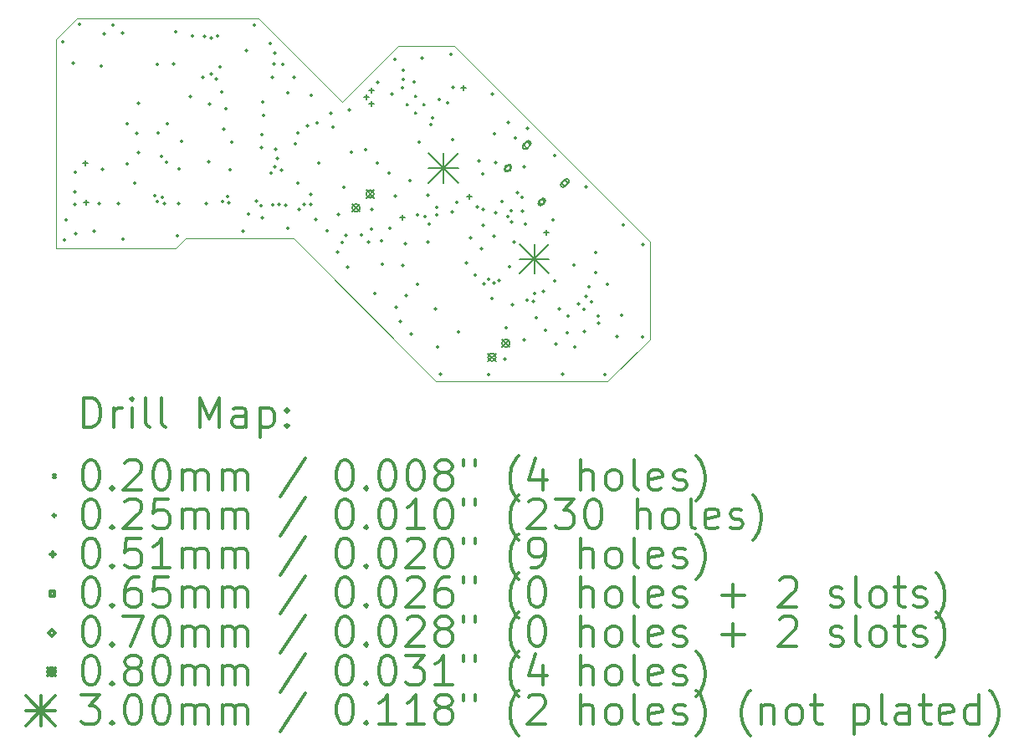
<source format=gbr>
%FSLAX45Y45*%
G04 Gerber Fmt 4.5, Leading zero omitted, Abs format (unit mm)*
G04 Created by KiCad (PCBNEW 5.1.2) date 2019-08-08 06:06:38*
%MOMM*%
%LPD*%
G04 APERTURE LIST*
%ADD10C,0.050000*%
%ADD11C,0.200000*%
%ADD12C,0.300000*%
G04 APERTURE END LIST*
D10*
X13900000Y-10353840D02*
X14986879Y-10353840D01*
X13800000Y-10453840D02*
X13900000Y-10353840D01*
X18593124Y-10383130D02*
X18593124Y-11373079D01*
X18168860Y-11797343D02*
X16430382Y-11797343D01*
X12582716Y-8332520D02*
X12794848Y-8120388D01*
X16613225Y-8403231D02*
X16047539Y-8403231D01*
X16047539Y-8403231D02*
X15481854Y-8968916D01*
X15481854Y-8968916D02*
X14633326Y-8120388D01*
X14633326Y-8120388D02*
X12794848Y-8120388D01*
X12582716Y-8332520D02*
X12582716Y-10453840D01*
X12582716Y-10453840D02*
X13800000Y-10453840D01*
X16430382Y-11797343D02*
X14986879Y-10353840D01*
X18593124Y-11373079D02*
X18168860Y-11797343D01*
X16613225Y-8403231D02*
X18593124Y-10383130D01*
D11*
X16133140Y-8987059D02*
X16153140Y-9007059D01*
X16153140Y-8987059D02*
X16133140Y-9007059D01*
X16216579Y-8903620D02*
X16236579Y-8923620D01*
X16236579Y-8903620D02*
X16216579Y-8923620D01*
X16216579Y-9070498D02*
X16236579Y-9090498D01*
X16236579Y-9070498D02*
X16216579Y-9090498D01*
X16300017Y-8987059D02*
X16320017Y-9007059D01*
X16320017Y-8987059D02*
X16300017Y-9007059D01*
X12664006Y-8360634D02*
G75*
G03X12664006Y-8360634I-12700J0D01*
G01*
X12681966Y-10365028D02*
G75*
G03X12681966Y-10365028I-12700J0D01*
G01*
X12699927Y-10167462D02*
G75*
G03X12699927Y-10167462I-12700J0D01*
G01*
X12771769Y-8576161D02*
G75*
G03X12771769Y-8576161I-12700J0D01*
G01*
X12789729Y-9682528D02*
G75*
G03X12789729Y-9682528I-12700J0D01*
G01*
X12789729Y-9880094D02*
G75*
G03X12789729Y-9880094I-12700J0D01*
G01*
X12789729Y-10005818D02*
G75*
G03X12789729Y-10005818I-12700J0D01*
G01*
X12798709Y-10302166D02*
G75*
G03X12798709Y-10302166I-12700J0D01*
G01*
X12834630Y-8186418D02*
G75*
G03X12834630Y-8186418I-12700J0D01*
G01*
X12984423Y-10281057D02*
G75*
G03X12984423Y-10281057I-12700J0D01*
G01*
X13037584Y-9998633D02*
G75*
G03X13037584Y-9998633I-12700J0D01*
G01*
X13055545Y-8604898D02*
G75*
G03X13055545Y-8604898I-12700J0D01*
G01*
X13068117Y-9655588D02*
G75*
G03X13068117Y-9655588I-12700J0D01*
G01*
X13086078Y-8279812D02*
G75*
G03X13086078Y-8279812I-12700J0D01*
G01*
X13175880Y-8190010D02*
G75*
G03X13175880Y-8190010I-12700J0D01*
G01*
X13228984Y-9995635D02*
G75*
G03X13228984Y-9995635I-12700J0D01*
G01*
X13270674Y-8270080D02*
G75*
G03X13270674Y-8270080I-12700J0D01*
G01*
X13278255Y-10357844D02*
G75*
G03X13278255Y-10357844I-12700J0D01*
G01*
X13315958Y-9596120D02*
G75*
G03X13315958Y-9596120I-12700J0D01*
G01*
X13318786Y-9188826D02*
G75*
G03X13318786Y-9188826I-12700J0D01*
G01*
X13397275Y-9791988D02*
G75*
G03X13397275Y-9791988I-12700J0D01*
G01*
X13415660Y-9285700D02*
G75*
G03X13415660Y-9285700I-12700J0D01*
G01*
X13429802Y-9482276D02*
G75*
G03X13429802Y-9482276I-12700J0D01*
G01*
X13432715Y-8982068D02*
G75*
G03X13432715Y-8982068I-12700J0D01*
G01*
X13597981Y-9918342D02*
G75*
G03X13597981Y-9918342I-12700J0D01*
G01*
X13623097Y-8590529D02*
G75*
G03X13623097Y-8590529I-12700J0D01*
G01*
X13625466Y-9978392D02*
G75*
G03X13625466Y-9978392I-12700J0D01*
G01*
X13629206Y-9282872D02*
G75*
G03X13629206Y-9282872I-12700J0D01*
G01*
X13665025Y-9519755D02*
G75*
G03X13665025Y-9519755I-12700J0D01*
G01*
X13675719Y-9935543D02*
G75*
G03X13675719Y-9935543I-12700J0D01*
G01*
X13694261Y-9999777D02*
G75*
G03X13694261Y-9999777I-12700J0D01*
G01*
X13716211Y-9580730D02*
G75*
G03X13716211Y-9580730I-12700J0D01*
G01*
X13724666Y-9187412D02*
G75*
G03X13724666Y-9187412I-12700J0D01*
G01*
X13790130Y-8585141D02*
G75*
G03X13790130Y-8585141I-12700J0D01*
G01*
X13809886Y-8256464D02*
G75*
G03X13809886Y-8256464I-12700J0D01*
G01*
X13827700Y-10327500D02*
G75*
G03X13827700Y-10327500I-12700J0D01*
G01*
X13839217Y-9996342D02*
G75*
G03X13839217Y-9996342I-12700J0D01*
G01*
X13841338Y-9647739D02*
G75*
G03X13841338Y-9647739I-12700J0D01*
G01*
X13866794Y-9366310D02*
G75*
G03X13866794Y-9366310I-12700J0D01*
G01*
X13955366Y-8915614D02*
G75*
G03X13955366Y-8915614I-12700J0D01*
G01*
X13976919Y-8301365D02*
G75*
G03X13976919Y-8301365I-12700J0D01*
G01*
X14084583Y-8720015D02*
G75*
G03X14084583Y-8720015I-12700J0D01*
G01*
X14101554Y-8302821D02*
G75*
G03X14101554Y-8302821I-12700J0D01*
G01*
X14117110Y-9998464D02*
G75*
G03X14117110Y-9998464I-12700J0D01*
G01*
X14142156Y-9572969D02*
G75*
G03X14142156Y-9572969I-12700J0D01*
G01*
X14153880Y-8992958D02*
G75*
G03X14153880Y-8992958I-12700J0D01*
G01*
X14167300Y-8685720D02*
G75*
G03X14167300Y-8685720I-12700J0D01*
G01*
X14167970Y-8322917D02*
G75*
G03X14167970Y-8322917I-12700J0D01*
G01*
X14216812Y-8736278D02*
G75*
G03X14216812Y-8736278I-12700J0D01*
G01*
X14235648Y-8302384D02*
G75*
G03X14235648Y-8302384I-12700J0D01*
G01*
X14258899Y-8612082D02*
G75*
G03X14258899Y-8612082I-12700J0D01*
G01*
X14276860Y-8870713D02*
G75*
G03X14276860Y-8870713I-12700J0D01*
G01*
X14282523Y-9977452D02*
G75*
G03X14282523Y-9977452I-12700J0D01*
G01*
X14294820Y-9247884D02*
G75*
G03X14294820Y-9247884I-12700J0D01*
G01*
X14314577Y-9037746D02*
G75*
G03X14314577Y-9037746I-12700J0D01*
G01*
X14336382Y-9926904D02*
G75*
G03X14336382Y-9926904I-12700J0D01*
G01*
X14346920Y-9992100D02*
G75*
G03X14346920Y-9992100I-12700J0D01*
G01*
X14361769Y-9654810D02*
G75*
G03X14361769Y-9654810I-12700J0D01*
G01*
X14373846Y-9377200D02*
G75*
G03X14373846Y-9377200I-12700J0D01*
G01*
X14492700Y-10280000D02*
G75*
G03X14492700Y-10280000I-12700J0D01*
G01*
X14524715Y-8446845D02*
G75*
G03X14524715Y-8446845I-12700J0D01*
G01*
X14546267Y-10106396D02*
G75*
G03X14546267Y-10106396I-12700J0D01*
G01*
X14605537Y-8193602D02*
G75*
G03X14605537Y-8193602I-12700J0D01*
G01*
X14626944Y-9971483D02*
G75*
G03X14626944Y-9971483I-12700J0D01*
G01*
X14673984Y-10017836D02*
G75*
G03X14673984Y-10017836I-12700J0D01*
G01*
X14675583Y-9431081D02*
G75*
G03X14675583Y-9431081I-12700J0D01*
G01*
X14680971Y-9303561D02*
G75*
G03X14680971Y-9303561I-12700J0D01*
G01*
X14685624Y-10141299D02*
G75*
G03X14685624Y-10141299I-12700J0D01*
G01*
X14691281Y-8968916D02*
G75*
G03X14691281Y-8968916I-12700J0D01*
G01*
X14697136Y-9107792D02*
G75*
G03X14697136Y-9107792I-12700J0D01*
G01*
X14767182Y-8376799D02*
G75*
G03X14767182Y-8376799I-12700J0D01*
G01*
X14774012Y-9688044D02*
G75*
G03X14774012Y-9688044I-12700J0D01*
G01*
X14786033Y-8718600D02*
G75*
G03X14786033Y-8718600I-12700J0D01*
G01*
X14790983Y-10010484D02*
G75*
G03X14790983Y-10010484I-12700J0D01*
G01*
X14806084Y-8584024D02*
G75*
G03X14806084Y-8584024I-12700J0D01*
G01*
X14813610Y-9627233D02*
G75*
G03X14813610Y-9627233I-12700J0D01*
G01*
X14814742Y-8473517D02*
G75*
G03X14814742Y-8473517I-12700J0D01*
G01*
X14819267Y-9449042D02*
G75*
G03X14819267Y-9449042I-12700J0D01*
G01*
X14837228Y-9538844D02*
G75*
G03X14837228Y-9538844I-12700J0D01*
G01*
X14856984Y-10007044D02*
G75*
G03X14856984Y-10007044I-12700J0D01*
G01*
X14882200Y-9661881D02*
G75*
G03X14882200Y-9661881I-12700J0D01*
G01*
X14889978Y-8589200D02*
G75*
G03X14889978Y-8589200I-12700J0D01*
G01*
X14922781Y-10012715D02*
G75*
G03X14922781Y-10012715I-12700J0D01*
G01*
X14943195Y-8879693D02*
G75*
G03X14943195Y-8879693I-12700J0D01*
G01*
X14943195Y-10252660D02*
G75*
G03X14943195Y-10252660I-12700J0D01*
G01*
X15007357Y-8723550D02*
G75*
G03X15007357Y-8723550I-12700J0D01*
G01*
X15020425Y-9391568D02*
G75*
G03X15020425Y-9391568I-12700J0D01*
G01*
X15043773Y-9282009D02*
G75*
G03X15043773Y-9282009I-12700J0D01*
G01*
X15043773Y-9792087D02*
G75*
G03X15043773Y-9792087I-12700J0D01*
G01*
X15058976Y-10057861D02*
G75*
G03X15058976Y-10057861I-12700J0D01*
G01*
X15112023Y-10007044D02*
G75*
G03X15112023Y-10007044I-12700J0D01*
G01*
X15142556Y-9208371D02*
G75*
G03X15142556Y-9208371I-12700J0D01*
G01*
X15176681Y-9905442D02*
G75*
G03X15176681Y-9905442I-12700J0D01*
G01*
X15179891Y-10007044D02*
G75*
G03X15179891Y-10007044I-12700J0D01*
G01*
X15181306Y-8900327D02*
G75*
G03X15181306Y-8900327I-12700J0D01*
G01*
X15226561Y-10163219D02*
G75*
G03X15226561Y-10163219I-12700J0D01*
G01*
X15241339Y-9181430D02*
G75*
G03X15241339Y-9181430I-12700J0D01*
G01*
X15259300Y-9587338D02*
G75*
G03X15259300Y-9587338I-12700J0D01*
G01*
X15340122Y-10275225D02*
G75*
G03X15340122Y-10275225I-12700J0D01*
G01*
X15382124Y-9085589D02*
G75*
G03X15382124Y-9085589I-12700J0D01*
G01*
X15402984Y-9224535D02*
G75*
G03X15402984Y-9224535I-12700J0D01*
G01*
X15447885Y-10490751D02*
G75*
G03X15447885Y-10490751I-12700J0D01*
G01*
X15455452Y-10106013D02*
G75*
G03X15455452Y-10106013I-12700J0D01*
G01*
X15492786Y-10391969D02*
G75*
G03X15492786Y-10391969I-12700J0D01*
G01*
X15510747Y-9835193D02*
G75*
G03X15510747Y-9835193I-12700J0D01*
G01*
X15528707Y-10320126D02*
G75*
G03X15528707Y-10320126I-12700J0D01*
G01*
X15546668Y-10643416D02*
G75*
G03X15546668Y-10643416I-12700J0D01*
G01*
X15568220Y-9052114D02*
G75*
G03X15568220Y-9052114I-12700J0D01*
G01*
X15584878Y-9477326D02*
G75*
G03X15584878Y-9477326I-12700J0D01*
G01*
X15688556Y-10318330D02*
G75*
G03X15688556Y-10318330I-12700J0D01*
G01*
X15728069Y-9452634D02*
G75*
G03X15728069Y-9452634I-12700J0D01*
G01*
X15761700Y-10389000D02*
G75*
G03X15761700Y-10389000I-12700J0D01*
G01*
X15792727Y-10257265D02*
G75*
G03X15792727Y-10257265I-12700J0D01*
G01*
X15794367Y-10060689D02*
G75*
G03X15794367Y-10060689I-12700J0D01*
G01*
X15822652Y-10910631D02*
G75*
G03X15822652Y-10910631I-12700J0D01*
G01*
X15849522Y-9586927D02*
G75*
G03X15849522Y-9586927I-12700J0D01*
G01*
X15854471Y-8770219D02*
G75*
G03X15854471Y-8770219I-12700J0D01*
G01*
X15893306Y-10375804D02*
G75*
G03X15893306Y-10375804I-12700J0D01*
G01*
X15899726Y-10614354D02*
G75*
G03X15899726Y-10614354I-12700J0D01*
G01*
X15970437Y-9690872D02*
G75*
G03X15970437Y-9690872I-12700J0D01*
G01*
X15974128Y-10248284D02*
G75*
G03X15974128Y-10248284I-12700J0D01*
G01*
X15999428Y-8888306D02*
G75*
G03X15999428Y-8888306I-12700J0D01*
G01*
X16029806Y-8540240D02*
G75*
G03X16029806Y-8540240I-12700J0D01*
G01*
X16031955Y-9920682D02*
G75*
G03X16031955Y-9920682I-12700J0D01*
G01*
X16040582Y-11047527D02*
G75*
G03X16040582Y-11047527I-12700J0D01*
G01*
X16081700Y-11191000D02*
G75*
G03X16081700Y-11191000I-12700J0D01*
G01*
X16104634Y-8827616D02*
G75*
G03X16104634Y-8827616I-12700J0D01*
G01*
X16105240Y-10627251D02*
G75*
G03X16105240Y-10627251I-12700J0D01*
G01*
X16113272Y-8739106D02*
G75*
G03X16113272Y-8739106I-12700J0D01*
G01*
X16113980Y-8650718D02*
G75*
G03X16113980Y-8650718I-12700J0D01*
G01*
X16130030Y-10404895D02*
G75*
G03X16130030Y-10404895I-12700J0D01*
G01*
X16139365Y-10930784D02*
G75*
G03X16139365Y-10930784I-12700J0D01*
G01*
X16182470Y-9766943D02*
G75*
G03X16182470Y-9766943I-12700J0D01*
G01*
X16189654Y-11318731D02*
G75*
G03X16189654Y-11318731I-12700J0D01*
G01*
X16221460Y-8763855D02*
G75*
G03X16221460Y-8763855I-12700J0D01*
G01*
X16256108Y-10814041D02*
G75*
G03X16256108Y-10814041I-12700J0D01*
G01*
X16258936Y-10113722D02*
G75*
G03X16258936Y-10113722I-12700J0D01*
G01*
X16274069Y-9377200D02*
G75*
G03X16274069Y-9377200I-12700J0D01*
G01*
X16302805Y-8522279D02*
G75*
G03X16302805Y-8522279I-12700J0D01*
G01*
X16331815Y-10133600D02*
G75*
G03X16331815Y-10133600I-12700J0D01*
G01*
X16360053Y-9916439D02*
G75*
G03X16360053Y-9916439I-12700J0D01*
G01*
X16362075Y-10391969D02*
G75*
G03X16362075Y-10391969I-12700J0D01*
G01*
X16374902Y-10209889D02*
G75*
G03X16374902Y-10209889I-12700J0D01*
G01*
X16392580Y-9196605D02*
G75*
G03X16392580Y-9196605I-12700J0D01*
G01*
X16409053Y-9129247D02*
G75*
G03X16409053Y-9129247I-12700J0D01*
G01*
X16436420Y-11064781D02*
G75*
G03X16436420Y-11064781I-12700J0D01*
G01*
X16448842Y-10111073D02*
G75*
G03X16448842Y-10111073I-12700J0D01*
G01*
X16450562Y-10040890D02*
G75*
G03X16450562Y-10040890I-12700J0D01*
G01*
X16462654Y-11451639D02*
G75*
G03X16462654Y-11451639I-12700J0D01*
G01*
X16475226Y-8946147D02*
G75*
G03X16475226Y-8946147I-12700J0D01*
G01*
X16485700Y-11727000D02*
G75*
G03X16485700Y-11727000I-12700J0D01*
G01*
X16563699Y-8978816D02*
G75*
G03X16563699Y-8978816I-12700J0D01*
G01*
X16595562Y-8488154D02*
G75*
G03X16595562Y-8488154I-12700J0D01*
G01*
X16606337Y-10086641D02*
G75*
G03X16606337Y-10086641I-12700J0D01*
G01*
X16611726Y-9352055D02*
G75*
G03X16611726Y-9352055I-12700J0D01*
G01*
X16615318Y-8820424D02*
G75*
G03X16615318Y-8820424I-12700J0D01*
G01*
X16651240Y-9987856D02*
G75*
G03X16651240Y-9987856I-12700J0D01*
G01*
X16669200Y-11298974D02*
G75*
G03X16669200Y-11298974I-12700J0D01*
G01*
X16751819Y-10598514D02*
G75*
G03X16751819Y-10598514I-12700J0D01*
G01*
X16794923Y-10347067D02*
G75*
G03X16794923Y-10347067I-12700J0D01*
G01*
X16843417Y-10722442D02*
G75*
G03X16843417Y-10722442I-12700J0D01*
G01*
X16857785Y-10032758D02*
G75*
G03X16857785Y-10032758I-12700J0D01*
G01*
X16875746Y-9565785D02*
G75*
G03X16875746Y-9565785I-12700J0D01*
G01*
X16902687Y-10454830D02*
G75*
G03X16902687Y-10454830I-12700J0D01*
G01*
X16915259Y-9698693D02*
G75*
G03X16915259Y-9698693I-12700J0D01*
G01*
X16918556Y-10058610D02*
G75*
G03X16918556Y-10058610I-12700J0D01*
G01*
X16920647Y-10221344D02*
G75*
G03X16920647Y-10221344I-12700J0D01*
G01*
X16928417Y-10813456D02*
G75*
G03X16928417Y-10813456I-12700J0D01*
G01*
X16977837Y-10764036D02*
G75*
G03X16977837Y-10764036I-12700J0D01*
G01*
X16978121Y-11730027D02*
G75*
G03X16978121Y-11730027I-12700J0D01*
G01*
X17012712Y-10959422D02*
G75*
G03X17012712Y-10959422I-12700J0D01*
G01*
X17015541Y-8889013D02*
G75*
G03X17015541Y-8889013I-12700J0D01*
G01*
X17028410Y-10329107D02*
G75*
G03X17028410Y-10329107I-12700J0D01*
G01*
X17030068Y-10804451D02*
G75*
G03X17030068Y-10804451I-12700J0D01*
G01*
X17035594Y-9290989D02*
G75*
G03X17035594Y-9290989I-12700J0D01*
G01*
X17044575Y-9583745D02*
G75*
G03X17044575Y-9583745I-12700J0D01*
G01*
X17047027Y-10095671D02*
G75*
G03X17047027Y-10095671I-12700J0D01*
G01*
X17082292Y-10778120D02*
G75*
G03X17082292Y-10778120I-12700J0D01*
G01*
X17109232Y-9978877D02*
G75*
G03X17109232Y-9978877I-12700J0D01*
G01*
X17141406Y-11577433D02*
G75*
G03X17141406Y-11577433I-12700J0D01*
G01*
X17156962Y-11256406D02*
G75*
G03X17156962Y-11256406I-12700J0D01*
G01*
X17171271Y-10131184D02*
G75*
G03X17171271Y-10131184I-12700J0D01*
G01*
X17172094Y-9179634D02*
G75*
G03X17172094Y-9179634I-12700J0D01*
G01*
X17190055Y-10638028D02*
G75*
G03X17190055Y-10638028I-12700J0D01*
G01*
X17204423Y-10074067D02*
G75*
G03X17204423Y-10074067I-12700J0D01*
G01*
X17206218Y-10187220D02*
G75*
G03X17206218Y-10187220I-12700J0D01*
G01*
X17215652Y-11026597D02*
G75*
G03X17215652Y-11026597I-12700J0D01*
G01*
X17234956Y-10388376D02*
G75*
G03X17234956Y-10388376I-12700J0D01*
G01*
X17245732Y-9335890D02*
G75*
G03X17245732Y-9335890I-12700J0D01*
G01*
X17267907Y-9886104D02*
G75*
G03X17267907Y-9886104I-12700J0D01*
G01*
X17314314Y-9933090D02*
G75*
G03X17314314Y-9933090I-12700J0D01*
G01*
X17319370Y-10074067D02*
G75*
G03X17319370Y-10074067I-12700J0D01*
G01*
X17333739Y-9628647D02*
G75*
G03X17333739Y-9628647I-12700J0D01*
G01*
X17336567Y-11382271D02*
G75*
G03X17336567Y-11382271I-12700J0D01*
G01*
X17348107Y-10203383D02*
G75*
G03X17348107Y-10203383I-12700J0D01*
G01*
X17363173Y-10977395D02*
G75*
G03X17363173Y-10977395I-12700J0D01*
G01*
X17369094Y-9239738D02*
G75*
G03X17369094Y-9239738I-12700J0D01*
G01*
X17428930Y-10991850D02*
G75*
G03X17428930Y-10991850I-12700J0D01*
G01*
X17439805Y-10908510D02*
G75*
G03X17439805Y-10908510I-12700J0D01*
G01*
X17459462Y-11155290D02*
G75*
G03X17459462Y-11155290I-12700J0D01*
G01*
X17527712Y-10889475D02*
G75*
G03X17527712Y-10889475I-12700J0D01*
G01*
X17549265Y-11281014D02*
G75*
G03X17549265Y-11281014I-12700J0D01*
G01*
X17628602Y-10163927D02*
G75*
G03X17628602Y-10163927I-12700J0D01*
G01*
X17642660Y-9513699D02*
G75*
G03X17642660Y-9513699I-12700J0D01*
G01*
X17644456Y-10779916D02*
G75*
G03X17644456Y-10779916I-12700J0D01*
G01*
X17657028Y-11421106D02*
G75*
G03X17657028Y-11421106I-12700J0D01*
G01*
X17692949Y-11065488D02*
G75*
G03X17692949Y-11065488I-12700J0D01*
G01*
X17728870Y-11726434D02*
G75*
G03X17728870Y-11726434I-12700J0D01*
G01*
X17772145Y-11308732D02*
G75*
G03X17772145Y-11308732I-12700J0D01*
G01*
X17782752Y-11137330D02*
G75*
G03X17782752Y-11137330I-12700J0D01*
G01*
X17836633Y-10620067D02*
G75*
G03X17836633Y-10620067I-12700J0D01*
G01*
X17849206Y-11451639D02*
G75*
G03X17849206Y-11451639I-12700J0D01*
G01*
X17886838Y-11013728D02*
G75*
G03X17886838Y-11013728I-12700J0D01*
G01*
X17943406Y-11070296D02*
G75*
G03X17943406Y-11070296I-12700J0D01*
G01*
X17944396Y-11295382D02*
G75*
G03X17944396Y-11295382I-12700J0D01*
G01*
X17961084Y-10939481D02*
G75*
G03X17961084Y-10939481I-12700J0D01*
G01*
X17962357Y-9833397D02*
G75*
G03X17962357Y-9833397I-12700J0D01*
G01*
X17989298Y-10840981D02*
G75*
G03X17989298Y-10840981I-12700J0D01*
G01*
X18017653Y-10996050D02*
G75*
G03X18017653Y-10996050I-12700J0D01*
G01*
X18059230Y-10491317D02*
G75*
G03X18059230Y-10491317I-12700J0D01*
G01*
X18061140Y-10697297D02*
G75*
G03X18061140Y-10697297I-12700J0D01*
G01*
X18086700Y-11136925D02*
G75*
G03X18086700Y-11136925I-12700J0D01*
G01*
X18088080Y-11209172D02*
G75*
G03X18088080Y-11209172I-12700J0D01*
G01*
X18152738Y-11730027D02*
G75*
G03X18152738Y-11730027I-12700J0D01*
G01*
X18177883Y-10814041D02*
G75*
G03X18177883Y-10814041I-12700J0D01*
G01*
X18271278Y-11345672D02*
G75*
G03X18271278Y-11345672I-12700J0D01*
G01*
X18321567Y-11126553D02*
G75*
G03X18321567Y-11126553I-12700J0D01*
G01*
X18337731Y-10212363D02*
G75*
G03X18337731Y-10212363I-12700J0D01*
G01*
X18533501Y-11345672D02*
G75*
G03X18533501Y-11345672I-12700J0D01*
G01*
X18538889Y-10413521D02*
G75*
G03X18538889Y-10413521I-12700J0D01*
G01*
X12884792Y-9567326D02*
X12884792Y-9618126D01*
X12859392Y-9592726D02*
X12910192Y-9592726D01*
X12888740Y-9962457D02*
X12888740Y-10013257D01*
X12863340Y-9987857D02*
X12914140Y-9987857D01*
X15725806Y-8894726D02*
X15725806Y-8945526D01*
X15700406Y-8920126D02*
X15751206Y-8920126D01*
X15776010Y-8823308D02*
X15776010Y-8874108D01*
X15750610Y-8848708D02*
X15801410Y-8848708D01*
X15780960Y-8962608D02*
X15780960Y-9013408D01*
X15755560Y-8988008D02*
X15806360Y-8988008D01*
X16094011Y-10115817D02*
X16094011Y-10166617D01*
X16068611Y-10141217D02*
X16119411Y-10141217D01*
X16710098Y-8804216D02*
X16710098Y-8855016D01*
X16684698Y-8829616D02*
X16735498Y-8829616D01*
X16766667Y-9903060D02*
X16766667Y-9953860D01*
X16741267Y-9928460D02*
X16792067Y-9928460D01*
X17543749Y-10267786D02*
X17543749Y-10318586D01*
X17518349Y-10293186D02*
X17569149Y-10293186D01*
X17182093Y-9662942D02*
X17182093Y-9616979D01*
X17136130Y-9616979D01*
X17136130Y-9662942D01*
X17182093Y-9662942D01*
X17157344Y-9609909D02*
X17129059Y-9638193D01*
X17189163Y-9641728D02*
X17160879Y-9670013D01*
X17129059Y-9638193D02*
G75*
G03X17160879Y-9670013I15910J-15910D01*
G01*
X17189163Y-9641728D02*
G75*
G03X17157344Y-9609909I-15910J15910D01*
G01*
X17524332Y-10005181D02*
X17524332Y-9959219D01*
X17478370Y-9959219D01*
X17478370Y-10005181D01*
X17524332Y-10005181D01*
X17499583Y-9952148D02*
X17471299Y-9980432D01*
X17531403Y-9983968D02*
X17503119Y-10012252D01*
X17471299Y-9980432D02*
G75*
G03X17503119Y-10012252I15910J-15910D01*
G01*
X17531403Y-9983968D02*
G75*
G03X17499583Y-9952148I-15910J15910D01*
G01*
X17349323Y-9440908D02*
X17384323Y-9405908D01*
X17349323Y-9370908D01*
X17314323Y-9405908D01*
X17349323Y-9440908D01*
X17349323Y-9370553D02*
X17313968Y-9405908D01*
X17384678Y-9405908D02*
X17349323Y-9441263D01*
X17313968Y-9405908D02*
G75*
G03X17349323Y-9441264I17678J-17678D01*
G01*
X17384678Y-9405908D02*
G75*
G03X17349323Y-9370553I-17678J17678D01*
G01*
X17735403Y-9826988D02*
X17770403Y-9791988D01*
X17735403Y-9756988D01*
X17700403Y-9791988D01*
X17735403Y-9826988D01*
X17735403Y-9756633D02*
X17700048Y-9791988D01*
X17770759Y-9791988D02*
X17735403Y-9827344D01*
X17700048Y-9791988D02*
G75*
G03X17735403Y-9827344I17678J-17678D01*
G01*
X17770759Y-9791988D02*
G75*
G03X17735403Y-9756633I-17678J17678D01*
G01*
X16957113Y-11514876D02*
X17037113Y-11594876D01*
X17037113Y-11514876D02*
X16957113Y-11594876D01*
X17037113Y-11554876D02*
G75*
G03X17037113Y-11554876I-40000J0D01*
G01*
X17098535Y-11373455D02*
X17178535Y-11453455D01*
X17178535Y-11373455D02*
X17098535Y-11453455D01*
X17178535Y-11413455D02*
G75*
G03X17178535Y-11413455I-40000J0D01*
G01*
X15581932Y-10003082D02*
X15661932Y-10083082D01*
X15661932Y-10003082D02*
X15581932Y-10083082D01*
X15661932Y-10043082D02*
G75*
G03X15661932Y-10043082I-40000J0D01*
G01*
X15723353Y-9861661D02*
X15803353Y-9941661D01*
X15803353Y-9861661D02*
X15723353Y-9941661D01*
X15803353Y-9901661D02*
G75*
G03X15803353Y-9901661I-40000J0D01*
G01*
X17276398Y-10409906D02*
X17576398Y-10709906D01*
X17576398Y-10409906D02*
X17276398Y-10709906D01*
X17426398Y-10409906D02*
X17426398Y-10709906D01*
X17276398Y-10559906D02*
X17576398Y-10559906D01*
X16357159Y-9490668D02*
X16657159Y-9790668D01*
X16657159Y-9490668D02*
X16357159Y-9790668D01*
X16507159Y-9490668D02*
X16507159Y-9790668D01*
X16357159Y-9640668D02*
X16657159Y-9640668D01*
D12*
X12866645Y-12265557D02*
X12866645Y-11965557D01*
X12938073Y-11965557D01*
X12980930Y-11979843D01*
X13009502Y-12008415D01*
X13023788Y-12036986D01*
X13038073Y-12094129D01*
X13038073Y-12136986D01*
X13023788Y-12194129D01*
X13009502Y-12222700D01*
X12980930Y-12251272D01*
X12938073Y-12265557D01*
X12866645Y-12265557D01*
X13166645Y-12265557D02*
X13166645Y-12065557D01*
X13166645Y-12122700D02*
X13180930Y-12094129D01*
X13195216Y-12079843D01*
X13223788Y-12065557D01*
X13252359Y-12065557D01*
X13352359Y-12265557D02*
X13352359Y-12065557D01*
X13352359Y-11965557D02*
X13338073Y-11979843D01*
X13352359Y-11994129D01*
X13366645Y-11979843D01*
X13352359Y-11965557D01*
X13352359Y-11994129D01*
X13538073Y-12265557D02*
X13509502Y-12251272D01*
X13495216Y-12222700D01*
X13495216Y-11965557D01*
X13695216Y-12265557D02*
X13666645Y-12251272D01*
X13652359Y-12222700D01*
X13652359Y-11965557D01*
X14038073Y-12265557D02*
X14038073Y-11965557D01*
X14138073Y-12179843D01*
X14238073Y-11965557D01*
X14238073Y-12265557D01*
X14509502Y-12265557D02*
X14509502Y-12108415D01*
X14495216Y-12079843D01*
X14466645Y-12065557D01*
X14409502Y-12065557D01*
X14380930Y-12079843D01*
X14509502Y-12251272D02*
X14480930Y-12265557D01*
X14409502Y-12265557D01*
X14380930Y-12251272D01*
X14366645Y-12222700D01*
X14366645Y-12194129D01*
X14380930Y-12165557D01*
X14409502Y-12151272D01*
X14480930Y-12151272D01*
X14509502Y-12136986D01*
X14652359Y-12065557D02*
X14652359Y-12365557D01*
X14652359Y-12079843D02*
X14680930Y-12065557D01*
X14738073Y-12065557D01*
X14766645Y-12079843D01*
X14780930Y-12094129D01*
X14795216Y-12122700D01*
X14795216Y-12208415D01*
X14780930Y-12236986D01*
X14766645Y-12251272D01*
X14738073Y-12265557D01*
X14680930Y-12265557D01*
X14652359Y-12251272D01*
X14923788Y-12236986D02*
X14938073Y-12251272D01*
X14923788Y-12265557D01*
X14909502Y-12251272D01*
X14923788Y-12236986D01*
X14923788Y-12265557D01*
X14923788Y-12079843D02*
X14938073Y-12094129D01*
X14923788Y-12108415D01*
X14909502Y-12094129D01*
X14923788Y-12079843D01*
X14923788Y-12108415D01*
X12560216Y-12749843D02*
X12580216Y-12769843D01*
X12580216Y-12749843D02*
X12560216Y-12769843D01*
X12923788Y-12595557D02*
X12952359Y-12595557D01*
X12980930Y-12609843D01*
X12995216Y-12624129D01*
X13009502Y-12652700D01*
X13023788Y-12709843D01*
X13023788Y-12781272D01*
X13009502Y-12838415D01*
X12995216Y-12866986D01*
X12980930Y-12881272D01*
X12952359Y-12895557D01*
X12923788Y-12895557D01*
X12895216Y-12881272D01*
X12880930Y-12866986D01*
X12866645Y-12838415D01*
X12852359Y-12781272D01*
X12852359Y-12709843D01*
X12866645Y-12652700D01*
X12880930Y-12624129D01*
X12895216Y-12609843D01*
X12923788Y-12595557D01*
X13152359Y-12866986D02*
X13166645Y-12881272D01*
X13152359Y-12895557D01*
X13138073Y-12881272D01*
X13152359Y-12866986D01*
X13152359Y-12895557D01*
X13280930Y-12624129D02*
X13295216Y-12609843D01*
X13323788Y-12595557D01*
X13395216Y-12595557D01*
X13423788Y-12609843D01*
X13438073Y-12624129D01*
X13452359Y-12652700D01*
X13452359Y-12681272D01*
X13438073Y-12724129D01*
X13266645Y-12895557D01*
X13452359Y-12895557D01*
X13638073Y-12595557D02*
X13666645Y-12595557D01*
X13695216Y-12609843D01*
X13709502Y-12624129D01*
X13723788Y-12652700D01*
X13738073Y-12709843D01*
X13738073Y-12781272D01*
X13723788Y-12838415D01*
X13709502Y-12866986D01*
X13695216Y-12881272D01*
X13666645Y-12895557D01*
X13638073Y-12895557D01*
X13609502Y-12881272D01*
X13595216Y-12866986D01*
X13580930Y-12838415D01*
X13566645Y-12781272D01*
X13566645Y-12709843D01*
X13580930Y-12652700D01*
X13595216Y-12624129D01*
X13609502Y-12609843D01*
X13638073Y-12595557D01*
X13866645Y-12895557D02*
X13866645Y-12695557D01*
X13866645Y-12724129D02*
X13880930Y-12709843D01*
X13909502Y-12695557D01*
X13952359Y-12695557D01*
X13980930Y-12709843D01*
X13995216Y-12738415D01*
X13995216Y-12895557D01*
X13995216Y-12738415D02*
X14009502Y-12709843D01*
X14038073Y-12695557D01*
X14080930Y-12695557D01*
X14109502Y-12709843D01*
X14123788Y-12738415D01*
X14123788Y-12895557D01*
X14266645Y-12895557D02*
X14266645Y-12695557D01*
X14266645Y-12724129D02*
X14280930Y-12709843D01*
X14309502Y-12695557D01*
X14352359Y-12695557D01*
X14380930Y-12709843D01*
X14395216Y-12738415D01*
X14395216Y-12895557D01*
X14395216Y-12738415D02*
X14409502Y-12709843D01*
X14438073Y-12695557D01*
X14480930Y-12695557D01*
X14509502Y-12709843D01*
X14523788Y-12738415D01*
X14523788Y-12895557D01*
X15109502Y-12581272D02*
X14852359Y-12966986D01*
X15495216Y-12595557D02*
X15523788Y-12595557D01*
X15552359Y-12609843D01*
X15566645Y-12624129D01*
X15580930Y-12652700D01*
X15595216Y-12709843D01*
X15595216Y-12781272D01*
X15580930Y-12838415D01*
X15566645Y-12866986D01*
X15552359Y-12881272D01*
X15523788Y-12895557D01*
X15495216Y-12895557D01*
X15466645Y-12881272D01*
X15452359Y-12866986D01*
X15438073Y-12838415D01*
X15423788Y-12781272D01*
X15423788Y-12709843D01*
X15438073Y-12652700D01*
X15452359Y-12624129D01*
X15466645Y-12609843D01*
X15495216Y-12595557D01*
X15723788Y-12866986D02*
X15738073Y-12881272D01*
X15723788Y-12895557D01*
X15709502Y-12881272D01*
X15723788Y-12866986D01*
X15723788Y-12895557D01*
X15923788Y-12595557D02*
X15952359Y-12595557D01*
X15980930Y-12609843D01*
X15995216Y-12624129D01*
X16009502Y-12652700D01*
X16023788Y-12709843D01*
X16023788Y-12781272D01*
X16009502Y-12838415D01*
X15995216Y-12866986D01*
X15980930Y-12881272D01*
X15952359Y-12895557D01*
X15923788Y-12895557D01*
X15895216Y-12881272D01*
X15880930Y-12866986D01*
X15866645Y-12838415D01*
X15852359Y-12781272D01*
X15852359Y-12709843D01*
X15866645Y-12652700D01*
X15880930Y-12624129D01*
X15895216Y-12609843D01*
X15923788Y-12595557D01*
X16209502Y-12595557D02*
X16238073Y-12595557D01*
X16266645Y-12609843D01*
X16280930Y-12624129D01*
X16295216Y-12652700D01*
X16309502Y-12709843D01*
X16309502Y-12781272D01*
X16295216Y-12838415D01*
X16280930Y-12866986D01*
X16266645Y-12881272D01*
X16238073Y-12895557D01*
X16209502Y-12895557D01*
X16180930Y-12881272D01*
X16166645Y-12866986D01*
X16152359Y-12838415D01*
X16138073Y-12781272D01*
X16138073Y-12709843D01*
X16152359Y-12652700D01*
X16166645Y-12624129D01*
X16180930Y-12609843D01*
X16209502Y-12595557D01*
X16480930Y-12724129D02*
X16452359Y-12709843D01*
X16438073Y-12695557D01*
X16423788Y-12666986D01*
X16423788Y-12652700D01*
X16438073Y-12624129D01*
X16452359Y-12609843D01*
X16480930Y-12595557D01*
X16538073Y-12595557D01*
X16566645Y-12609843D01*
X16580930Y-12624129D01*
X16595216Y-12652700D01*
X16595216Y-12666986D01*
X16580930Y-12695557D01*
X16566645Y-12709843D01*
X16538073Y-12724129D01*
X16480930Y-12724129D01*
X16452359Y-12738415D01*
X16438073Y-12752700D01*
X16423788Y-12781272D01*
X16423788Y-12838415D01*
X16438073Y-12866986D01*
X16452359Y-12881272D01*
X16480930Y-12895557D01*
X16538073Y-12895557D01*
X16566645Y-12881272D01*
X16580930Y-12866986D01*
X16595216Y-12838415D01*
X16595216Y-12781272D01*
X16580930Y-12752700D01*
X16566645Y-12738415D01*
X16538073Y-12724129D01*
X16709502Y-12595557D02*
X16709502Y-12652700D01*
X16823788Y-12595557D02*
X16823788Y-12652700D01*
X17266645Y-13009843D02*
X17252359Y-12995557D01*
X17223788Y-12952700D01*
X17209502Y-12924129D01*
X17195216Y-12881272D01*
X17180930Y-12809843D01*
X17180930Y-12752700D01*
X17195216Y-12681272D01*
X17209502Y-12638415D01*
X17223788Y-12609843D01*
X17252359Y-12566986D01*
X17266645Y-12552700D01*
X17509502Y-12695557D02*
X17509502Y-12895557D01*
X17438073Y-12581272D02*
X17366645Y-12795557D01*
X17552359Y-12795557D01*
X17895216Y-12895557D02*
X17895216Y-12595557D01*
X18023788Y-12895557D02*
X18023788Y-12738415D01*
X18009502Y-12709843D01*
X17980930Y-12695557D01*
X17938073Y-12695557D01*
X17909502Y-12709843D01*
X17895216Y-12724129D01*
X18209502Y-12895557D02*
X18180930Y-12881272D01*
X18166645Y-12866986D01*
X18152359Y-12838415D01*
X18152359Y-12752700D01*
X18166645Y-12724129D01*
X18180930Y-12709843D01*
X18209502Y-12695557D01*
X18252359Y-12695557D01*
X18280930Y-12709843D01*
X18295216Y-12724129D01*
X18309502Y-12752700D01*
X18309502Y-12838415D01*
X18295216Y-12866986D01*
X18280930Y-12881272D01*
X18252359Y-12895557D01*
X18209502Y-12895557D01*
X18480930Y-12895557D02*
X18452359Y-12881272D01*
X18438073Y-12852700D01*
X18438073Y-12595557D01*
X18709502Y-12881272D02*
X18680930Y-12895557D01*
X18623788Y-12895557D01*
X18595216Y-12881272D01*
X18580930Y-12852700D01*
X18580930Y-12738415D01*
X18595216Y-12709843D01*
X18623788Y-12695557D01*
X18680930Y-12695557D01*
X18709502Y-12709843D01*
X18723788Y-12738415D01*
X18723788Y-12766986D01*
X18580930Y-12795557D01*
X18838073Y-12881272D02*
X18866645Y-12895557D01*
X18923788Y-12895557D01*
X18952359Y-12881272D01*
X18966645Y-12852700D01*
X18966645Y-12838415D01*
X18952359Y-12809843D01*
X18923788Y-12795557D01*
X18880930Y-12795557D01*
X18852359Y-12781272D01*
X18838073Y-12752700D01*
X18838073Y-12738415D01*
X18852359Y-12709843D01*
X18880930Y-12695557D01*
X18923788Y-12695557D01*
X18952359Y-12709843D01*
X19066645Y-13009843D02*
X19080930Y-12995557D01*
X19109502Y-12952700D01*
X19123788Y-12924129D01*
X19138073Y-12881272D01*
X19152359Y-12809843D01*
X19152359Y-12752700D01*
X19138073Y-12681272D01*
X19123788Y-12638415D01*
X19109502Y-12609843D01*
X19080930Y-12566986D01*
X19066645Y-12552700D01*
X12580216Y-13155843D02*
G75*
G03X12580216Y-13155843I-12700J0D01*
G01*
X12923788Y-12991557D02*
X12952359Y-12991557D01*
X12980930Y-13005843D01*
X12995216Y-13020129D01*
X13009502Y-13048700D01*
X13023788Y-13105843D01*
X13023788Y-13177272D01*
X13009502Y-13234415D01*
X12995216Y-13262986D01*
X12980930Y-13277272D01*
X12952359Y-13291557D01*
X12923788Y-13291557D01*
X12895216Y-13277272D01*
X12880930Y-13262986D01*
X12866645Y-13234415D01*
X12852359Y-13177272D01*
X12852359Y-13105843D01*
X12866645Y-13048700D01*
X12880930Y-13020129D01*
X12895216Y-13005843D01*
X12923788Y-12991557D01*
X13152359Y-13262986D02*
X13166645Y-13277272D01*
X13152359Y-13291557D01*
X13138073Y-13277272D01*
X13152359Y-13262986D01*
X13152359Y-13291557D01*
X13280930Y-13020129D02*
X13295216Y-13005843D01*
X13323788Y-12991557D01*
X13395216Y-12991557D01*
X13423788Y-13005843D01*
X13438073Y-13020129D01*
X13452359Y-13048700D01*
X13452359Y-13077272D01*
X13438073Y-13120129D01*
X13266645Y-13291557D01*
X13452359Y-13291557D01*
X13723788Y-12991557D02*
X13580930Y-12991557D01*
X13566645Y-13134415D01*
X13580930Y-13120129D01*
X13609502Y-13105843D01*
X13680930Y-13105843D01*
X13709502Y-13120129D01*
X13723788Y-13134415D01*
X13738073Y-13162986D01*
X13738073Y-13234415D01*
X13723788Y-13262986D01*
X13709502Y-13277272D01*
X13680930Y-13291557D01*
X13609502Y-13291557D01*
X13580930Y-13277272D01*
X13566645Y-13262986D01*
X13866645Y-13291557D02*
X13866645Y-13091557D01*
X13866645Y-13120129D02*
X13880930Y-13105843D01*
X13909502Y-13091557D01*
X13952359Y-13091557D01*
X13980930Y-13105843D01*
X13995216Y-13134415D01*
X13995216Y-13291557D01*
X13995216Y-13134415D02*
X14009502Y-13105843D01*
X14038073Y-13091557D01*
X14080930Y-13091557D01*
X14109502Y-13105843D01*
X14123788Y-13134415D01*
X14123788Y-13291557D01*
X14266645Y-13291557D02*
X14266645Y-13091557D01*
X14266645Y-13120129D02*
X14280930Y-13105843D01*
X14309502Y-13091557D01*
X14352359Y-13091557D01*
X14380930Y-13105843D01*
X14395216Y-13134415D01*
X14395216Y-13291557D01*
X14395216Y-13134415D02*
X14409502Y-13105843D01*
X14438073Y-13091557D01*
X14480930Y-13091557D01*
X14509502Y-13105843D01*
X14523788Y-13134415D01*
X14523788Y-13291557D01*
X15109502Y-12977272D02*
X14852359Y-13362986D01*
X15495216Y-12991557D02*
X15523788Y-12991557D01*
X15552359Y-13005843D01*
X15566645Y-13020129D01*
X15580930Y-13048700D01*
X15595216Y-13105843D01*
X15595216Y-13177272D01*
X15580930Y-13234415D01*
X15566645Y-13262986D01*
X15552359Y-13277272D01*
X15523788Y-13291557D01*
X15495216Y-13291557D01*
X15466645Y-13277272D01*
X15452359Y-13262986D01*
X15438073Y-13234415D01*
X15423788Y-13177272D01*
X15423788Y-13105843D01*
X15438073Y-13048700D01*
X15452359Y-13020129D01*
X15466645Y-13005843D01*
X15495216Y-12991557D01*
X15723788Y-13262986D02*
X15738073Y-13277272D01*
X15723788Y-13291557D01*
X15709502Y-13277272D01*
X15723788Y-13262986D01*
X15723788Y-13291557D01*
X15923788Y-12991557D02*
X15952359Y-12991557D01*
X15980930Y-13005843D01*
X15995216Y-13020129D01*
X16009502Y-13048700D01*
X16023788Y-13105843D01*
X16023788Y-13177272D01*
X16009502Y-13234415D01*
X15995216Y-13262986D01*
X15980930Y-13277272D01*
X15952359Y-13291557D01*
X15923788Y-13291557D01*
X15895216Y-13277272D01*
X15880930Y-13262986D01*
X15866645Y-13234415D01*
X15852359Y-13177272D01*
X15852359Y-13105843D01*
X15866645Y-13048700D01*
X15880930Y-13020129D01*
X15895216Y-13005843D01*
X15923788Y-12991557D01*
X16309502Y-13291557D02*
X16138073Y-13291557D01*
X16223788Y-13291557D02*
X16223788Y-12991557D01*
X16195216Y-13034415D01*
X16166645Y-13062986D01*
X16138073Y-13077272D01*
X16495216Y-12991557D02*
X16523788Y-12991557D01*
X16552359Y-13005843D01*
X16566645Y-13020129D01*
X16580930Y-13048700D01*
X16595216Y-13105843D01*
X16595216Y-13177272D01*
X16580930Y-13234415D01*
X16566645Y-13262986D01*
X16552359Y-13277272D01*
X16523788Y-13291557D01*
X16495216Y-13291557D01*
X16466645Y-13277272D01*
X16452359Y-13262986D01*
X16438073Y-13234415D01*
X16423788Y-13177272D01*
X16423788Y-13105843D01*
X16438073Y-13048700D01*
X16452359Y-13020129D01*
X16466645Y-13005843D01*
X16495216Y-12991557D01*
X16709502Y-12991557D02*
X16709502Y-13048700D01*
X16823788Y-12991557D02*
X16823788Y-13048700D01*
X17266645Y-13405843D02*
X17252359Y-13391557D01*
X17223788Y-13348700D01*
X17209502Y-13320129D01*
X17195216Y-13277272D01*
X17180930Y-13205843D01*
X17180930Y-13148700D01*
X17195216Y-13077272D01*
X17209502Y-13034415D01*
X17223788Y-13005843D01*
X17252359Y-12962986D01*
X17266645Y-12948700D01*
X17366645Y-13020129D02*
X17380930Y-13005843D01*
X17409502Y-12991557D01*
X17480930Y-12991557D01*
X17509502Y-13005843D01*
X17523788Y-13020129D01*
X17538073Y-13048700D01*
X17538073Y-13077272D01*
X17523788Y-13120129D01*
X17352359Y-13291557D01*
X17538073Y-13291557D01*
X17638073Y-12991557D02*
X17823788Y-12991557D01*
X17723788Y-13105843D01*
X17766645Y-13105843D01*
X17795216Y-13120129D01*
X17809502Y-13134415D01*
X17823788Y-13162986D01*
X17823788Y-13234415D01*
X17809502Y-13262986D01*
X17795216Y-13277272D01*
X17766645Y-13291557D01*
X17680930Y-13291557D01*
X17652359Y-13277272D01*
X17638073Y-13262986D01*
X18009502Y-12991557D02*
X18038073Y-12991557D01*
X18066645Y-13005843D01*
X18080930Y-13020129D01*
X18095216Y-13048700D01*
X18109502Y-13105843D01*
X18109502Y-13177272D01*
X18095216Y-13234415D01*
X18080930Y-13262986D01*
X18066645Y-13277272D01*
X18038073Y-13291557D01*
X18009502Y-13291557D01*
X17980930Y-13277272D01*
X17966645Y-13262986D01*
X17952359Y-13234415D01*
X17938073Y-13177272D01*
X17938073Y-13105843D01*
X17952359Y-13048700D01*
X17966645Y-13020129D01*
X17980930Y-13005843D01*
X18009502Y-12991557D01*
X18466645Y-13291557D02*
X18466645Y-12991557D01*
X18595216Y-13291557D02*
X18595216Y-13134415D01*
X18580930Y-13105843D01*
X18552359Y-13091557D01*
X18509502Y-13091557D01*
X18480930Y-13105843D01*
X18466645Y-13120129D01*
X18780930Y-13291557D02*
X18752359Y-13277272D01*
X18738073Y-13262986D01*
X18723788Y-13234415D01*
X18723788Y-13148700D01*
X18738073Y-13120129D01*
X18752359Y-13105843D01*
X18780930Y-13091557D01*
X18823788Y-13091557D01*
X18852359Y-13105843D01*
X18866645Y-13120129D01*
X18880930Y-13148700D01*
X18880930Y-13234415D01*
X18866645Y-13262986D01*
X18852359Y-13277272D01*
X18823788Y-13291557D01*
X18780930Y-13291557D01*
X19052359Y-13291557D02*
X19023788Y-13277272D01*
X19009502Y-13248700D01*
X19009502Y-12991557D01*
X19280930Y-13277272D02*
X19252359Y-13291557D01*
X19195216Y-13291557D01*
X19166645Y-13277272D01*
X19152359Y-13248700D01*
X19152359Y-13134415D01*
X19166645Y-13105843D01*
X19195216Y-13091557D01*
X19252359Y-13091557D01*
X19280930Y-13105843D01*
X19295216Y-13134415D01*
X19295216Y-13162986D01*
X19152359Y-13191557D01*
X19409502Y-13277272D02*
X19438073Y-13291557D01*
X19495216Y-13291557D01*
X19523788Y-13277272D01*
X19538073Y-13248700D01*
X19538073Y-13234415D01*
X19523788Y-13205843D01*
X19495216Y-13191557D01*
X19452359Y-13191557D01*
X19423788Y-13177272D01*
X19409502Y-13148700D01*
X19409502Y-13134415D01*
X19423788Y-13105843D01*
X19452359Y-13091557D01*
X19495216Y-13091557D01*
X19523788Y-13105843D01*
X19638073Y-13405843D02*
X19652359Y-13391557D01*
X19680930Y-13348700D01*
X19695216Y-13320129D01*
X19709502Y-13277272D01*
X19723788Y-13205843D01*
X19723788Y-13148700D01*
X19709502Y-13077272D01*
X19695216Y-13034415D01*
X19680930Y-13005843D01*
X19652359Y-12962986D01*
X19638073Y-12948700D01*
X12554816Y-13526443D02*
X12554816Y-13577243D01*
X12529416Y-13551843D02*
X12580216Y-13551843D01*
X12923788Y-13387557D02*
X12952359Y-13387557D01*
X12980930Y-13401843D01*
X12995216Y-13416129D01*
X13009502Y-13444700D01*
X13023788Y-13501843D01*
X13023788Y-13573272D01*
X13009502Y-13630415D01*
X12995216Y-13658986D01*
X12980930Y-13673272D01*
X12952359Y-13687557D01*
X12923788Y-13687557D01*
X12895216Y-13673272D01*
X12880930Y-13658986D01*
X12866645Y-13630415D01*
X12852359Y-13573272D01*
X12852359Y-13501843D01*
X12866645Y-13444700D01*
X12880930Y-13416129D01*
X12895216Y-13401843D01*
X12923788Y-13387557D01*
X13152359Y-13658986D02*
X13166645Y-13673272D01*
X13152359Y-13687557D01*
X13138073Y-13673272D01*
X13152359Y-13658986D01*
X13152359Y-13687557D01*
X13438073Y-13387557D02*
X13295216Y-13387557D01*
X13280930Y-13530415D01*
X13295216Y-13516129D01*
X13323788Y-13501843D01*
X13395216Y-13501843D01*
X13423788Y-13516129D01*
X13438073Y-13530415D01*
X13452359Y-13558986D01*
X13452359Y-13630415D01*
X13438073Y-13658986D01*
X13423788Y-13673272D01*
X13395216Y-13687557D01*
X13323788Y-13687557D01*
X13295216Y-13673272D01*
X13280930Y-13658986D01*
X13738073Y-13687557D02*
X13566645Y-13687557D01*
X13652359Y-13687557D02*
X13652359Y-13387557D01*
X13623788Y-13430415D01*
X13595216Y-13458986D01*
X13566645Y-13473272D01*
X13866645Y-13687557D02*
X13866645Y-13487557D01*
X13866645Y-13516129D02*
X13880930Y-13501843D01*
X13909502Y-13487557D01*
X13952359Y-13487557D01*
X13980930Y-13501843D01*
X13995216Y-13530415D01*
X13995216Y-13687557D01*
X13995216Y-13530415D02*
X14009502Y-13501843D01*
X14038073Y-13487557D01*
X14080930Y-13487557D01*
X14109502Y-13501843D01*
X14123788Y-13530415D01*
X14123788Y-13687557D01*
X14266645Y-13687557D02*
X14266645Y-13487557D01*
X14266645Y-13516129D02*
X14280930Y-13501843D01*
X14309502Y-13487557D01*
X14352359Y-13487557D01*
X14380930Y-13501843D01*
X14395216Y-13530415D01*
X14395216Y-13687557D01*
X14395216Y-13530415D02*
X14409502Y-13501843D01*
X14438073Y-13487557D01*
X14480930Y-13487557D01*
X14509502Y-13501843D01*
X14523788Y-13530415D01*
X14523788Y-13687557D01*
X15109502Y-13373272D02*
X14852359Y-13758986D01*
X15495216Y-13387557D02*
X15523788Y-13387557D01*
X15552359Y-13401843D01*
X15566645Y-13416129D01*
X15580930Y-13444700D01*
X15595216Y-13501843D01*
X15595216Y-13573272D01*
X15580930Y-13630415D01*
X15566645Y-13658986D01*
X15552359Y-13673272D01*
X15523788Y-13687557D01*
X15495216Y-13687557D01*
X15466645Y-13673272D01*
X15452359Y-13658986D01*
X15438073Y-13630415D01*
X15423788Y-13573272D01*
X15423788Y-13501843D01*
X15438073Y-13444700D01*
X15452359Y-13416129D01*
X15466645Y-13401843D01*
X15495216Y-13387557D01*
X15723788Y-13658986D02*
X15738073Y-13673272D01*
X15723788Y-13687557D01*
X15709502Y-13673272D01*
X15723788Y-13658986D01*
X15723788Y-13687557D01*
X15923788Y-13387557D02*
X15952359Y-13387557D01*
X15980930Y-13401843D01*
X15995216Y-13416129D01*
X16009502Y-13444700D01*
X16023788Y-13501843D01*
X16023788Y-13573272D01*
X16009502Y-13630415D01*
X15995216Y-13658986D01*
X15980930Y-13673272D01*
X15952359Y-13687557D01*
X15923788Y-13687557D01*
X15895216Y-13673272D01*
X15880930Y-13658986D01*
X15866645Y-13630415D01*
X15852359Y-13573272D01*
X15852359Y-13501843D01*
X15866645Y-13444700D01*
X15880930Y-13416129D01*
X15895216Y-13401843D01*
X15923788Y-13387557D01*
X16138073Y-13416129D02*
X16152359Y-13401843D01*
X16180930Y-13387557D01*
X16252359Y-13387557D01*
X16280930Y-13401843D01*
X16295216Y-13416129D01*
X16309502Y-13444700D01*
X16309502Y-13473272D01*
X16295216Y-13516129D01*
X16123788Y-13687557D01*
X16309502Y-13687557D01*
X16495216Y-13387557D02*
X16523788Y-13387557D01*
X16552359Y-13401843D01*
X16566645Y-13416129D01*
X16580930Y-13444700D01*
X16595216Y-13501843D01*
X16595216Y-13573272D01*
X16580930Y-13630415D01*
X16566645Y-13658986D01*
X16552359Y-13673272D01*
X16523788Y-13687557D01*
X16495216Y-13687557D01*
X16466645Y-13673272D01*
X16452359Y-13658986D01*
X16438073Y-13630415D01*
X16423788Y-13573272D01*
X16423788Y-13501843D01*
X16438073Y-13444700D01*
X16452359Y-13416129D01*
X16466645Y-13401843D01*
X16495216Y-13387557D01*
X16709502Y-13387557D02*
X16709502Y-13444700D01*
X16823788Y-13387557D02*
X16823788Y-13444700D01*
X17266645Y-13801843D02*
X17252359Y-13787557D01*
X17223788Y-13744700D01*
X17209502Y-13716129D01*
X17195216Y-13673272D01*
X17180930Y-13601843D01*
X17180930Y-13544700D01*
X17195216Y-13473272D01*
X17209502Y-13430415D01*
X17223788Y-13401843D01*
X17252359Y-13358986D01*
X17266645Y-13344700D01*
X17395216Y-13687557D02*
X17452359Y-13687557D01*
X17480930Y-13673272D01*
X17495216Y-13658986D01*
X17523788Y-13616129D01*
X17538073Y-13558986D01*
X17538073Y-13444700D01*
X17523788Y-13416129D01*
X17509502Y-13401843D01*
X17480930Y-13387557D01*
X17423788Y-13387557D01*
X17395216Y-13401843D01*
X17380930Y-13416129D01*
X17366645Y-13444700D01*
X17366645Y-13516129D01*
X17380930Y-13544700D01*
X17395216Y-13558986D01*
X17423788Y-13573272D01*
X17480930Y-13573272D01*
X17509502Y-13558986D01*
X17523788Y-13544700D01*
X17538073Y-13516129D01*
X17895216Y-13687557D02*
X17895216Y-13387557D01*
X18023788Y-13687557D02*
X18023788Y-13530415D01*
X18009502Y-13501843D01*
X17980930Y-13487557D01*
X17938073Y-13487557D01*
X17909502Y-13501843D01*
X17895216Y-13516129D01*
X18209502Y-13687557D02*
X18180930Y-13673272D01*
X18166645Y-13658986D01*
X18152359Y-13630415D01*
X18152359Y-13544700D01*
X18166645Y-13516129D01*
X18180930Y-13501843D01*
X18209502Y-13487557D01*
X18252359Y-13487557D01*
X18280930Y-13501843D01*
X18295216Y-13516129D01*
X18309502Y-13544700D01*
X18309502Y-13630415D01*
X18295216Y-13658986D01*
X18280930Y-13673272D01*
X18252359Y-13687557D01*
X18209502Y-13687557D01*
X18480930Y-13687557D02*
X18452359Y-13673272D01*
X18438073Y-13644700D01*
X18438073Y-13387557D01*
X18709502Y-13673272D02*
X18680930Y-13687557D01*
X18623788Y-13687557D01*
X18595216Y-13673272D01*
X18580930Y-13644700D01*
X18580930Y-13530415D01*
X18595216Y-13501843D01*
X18623788Y-13487557D01*
X18680930Y-13487557D01*
X18709502Y-13501843D01*
X18723788Y-13530415D01*
X18723788Y-13558986D01*
X18580930Y-13587557D01*
X18838073Y-13673272D02*
X18866645Y-13687557D01*
X18923788Y-13687557D01*
X18952359Y-13673272D01*
X18966645Y-13644700D01*
X18966645Y-13630415D01*
X18952359Y-13601843D01*
X18923788Y-13587557D01*
X18880930Y-13587557D01*
X18852359Y-13573272D01*
X18838073Y-13544700D01*
X18838073Y-13530415D01*
X18852359Y-13501843D01*
X18880930Y-13487557D01*
X18923788Y-13487557D01*
X18952359Y-13501843D01*
X19066645Y-13801843D02*
X19080930Y-13787557D01*
X19109502Y-13744700D01*
X19123788Y-13716129D01*
X19138073Y-13673272D01*
X19152359Y-13601843D01*
X19152359Y-13544700D01*
X19138073Y-13473272D01*
X19123788Y-13430415D01*
X19109502Y-13401843D01*
X19080930Y-13358986D01*
X19066645Y-13344700D01*
X12570697Y-13970824D02*
X12570697Y-13924862D01*
X12524735Y-13924862D01*
X12524735Y-13970824D01*
X12570697Y-13970824D01*
X12923788Y-13783557D02*
X12952359Y-13783557D01*
X12980930Y-13797843D01*
X12995216Y-13812129D01*
X13009502Y-13840700D01*
X13023788Y-13897843D01*
X13023788Y-13969272D01*
X13009502Y-14026415D01*
X12995216Y-14054986D01*
X12980930Y-14069272D01*
X12952359Y-14083557D01*
X12923788Y-14083557D01*
X12895216Y-14069272D01*
X12880930Y-14054986D01*
X12866645Y-14026415D01*
X12852359Y-13969272D01*
X12852359Y-13897843D01*
X12866645Y-13840700D01*
X12880930Y-13812129D01*
X12895216Y-13797843D01*
X12923788Y-13783557D01*
X13152359Y-14054986D02*
X13166645Y-14069272D01*
X13152359Y-14083557D01*
X13138073Y-14069272D01*
X13152359Y-14054986D01*
X13152359Y-14083557D01*
X13423788Y-13783557D02*
X13366645Y-13783557D01*
X13338073Y-13797843D01*
X13323788Y-13812129D01*
X13295216Y-13854986D01*
X13280930Y-13912129D01*
X13280930Y-14026415D01*
X13295216Y-14054986D01*
X13309502Y-14069272D01*
X13338073Y-14083557D01*
X13395216Y-14083557D01*
X13423788Y-14069272D01*
X13438073Y-14054986D01*
X13452359Y-14026415D01*
X13452359Y-13954986D01*
X13438073Y-13926415D01*
X13423788Y-13912129D01*
X13395216Y-13897843D01*
X13338073Y-13897843D01*
X13309502Y-13912129D01*
X13295216Y-13926415D01*
X13280930Y-13954986D01*
X13723788Y-13783557D02*
X13580930Y-13783557D01*
X13566645Y-13926415D01*
X13580930Y-13912129D01*
X13609502Y-13897843D01*
X13680930Y-13897843D01*
X13709502Y-13912129D01*
X13723788Y-13926415D01*
X13738073Y-13954986D01*
X13738073Y-14026415D01*
X13723788Y-14054986D01*
X13709502Y-14069272D01*
X13680930Y-14083557D01*
X13609502Y-14083557D01*
X13580930Y-14069272D01*
X13566645Y-14054986D01*
X13866645Y-14083557D02*
X13866645Y-13883557D01*
X13866645Y-13912129D02*
X13880930Y-13897843D01*
X13909502Y-13883557D01*
X13952359Y-13883557D01*
X13980930Y-13897843D01*
X13995216Y-13926415D01*
X13995216Y-14083557D01*
X13995216Y-13926415D02*
X14009502Y-13897843D01*
X14038073Y-13883557D01*
X14080930Y-13883557D01*
X14109502Y-13897843D01*
X14123788Y-13926415D01*
X14123788Y-14083557D01*
X14266645Y-14083557D02*
X14266645Y-13883557D01*
X14266645Y-13912129D02*
X14280930Y-13897843D01*
X14309502Y-13883557D01*
X14352359Y-13883557D01*
X14380930Y-13897843D01*
X14395216Y-13926415D01*
X14395216Y-14083557D01*
X14395216Y-13926415D02*
X14409502Y-13897843D01*
X14438073Y-13883557D01*
X14480930Y-13883557D01*
X14509502Y-13897843D01*
X14523788Y-13926415D01*
X14523788Y-14083557D01*
X15109502Y-13769272D02*
X14852359Y-14154986D01*
X15495216Y-13783557D02*
X15523788Y-13783557D01*
X15552359Y-13797843D01*
X15566645Y-13812129D01*
X15580930Y-13840700D01*
X15595216Y-13897843D01*
X15595216Y-13969272D01*
X15580930Y-14026415D01*
X15566645Y-14054986D01*
X15552359Y-14069272D01*
X15523788Y-14083557D01*
X15495216Y-14083557D01*
X15466645Y-14069272D01*
X15452359Y-14054986D01*
X15438073Y-14026415D01*
X15423788Y-13969272D01*
X15423788Y-13897843D01*
X15438073Y-13840700D01*
X15452359Y-13812129D01*
X15466645Y-13797843D01*
X15495216Y-13783557D01*
X15723788Y-14054986D02*
X15738073Y-14069272D01*
X15723788Y-14083557D01*
X15709502Y-14069272D01*
X15723788Y-14054986D01*
X15723788Y-14083557D01*
X15923788Y-13783557D02*
X15952359Y-13783557D01*
X15980930Y-13797843D01*
X15995216Y-13812129D01*
X16009502Y-13840700D01*
X16023788Y-13897843D01*
X16023788Y-13969272D01*
X16009502Y-14026415D01*
X15995216Y-14054986D01*
X15980930Y-14069272D01*
X15952359Y-14083557D01*
X15923788Y-14083557D01*
X15895216Y-14069272D01*
X15880930Y-14054986D01*
X15866645Y-14026415D01*
X15852359Y-13969272D01*
X15852359Y-13897843D01*
X15866645Y-13840700D01*
X15880930Y-13812129D01*
X15895216Y-13797843D01*
X15923788Y-13783557D01*
X16138073Y-13812129D02*
X16152359Y-13797843D01*
X16180930Y-13783557D01*
X16252359Y-13783557D01*
X16280930Y-13797843D01*
X16295216Y-13812129D01*
X16309502Y-13840700D01*
X16309502Y-13869272D01*
X16295216Y-13912129D01*
X16123788Y-14083557D01*
X16309502Y-14083557D01*
X16566645Y-13783557D02*
X16509502Y-13783557D01*
X16480930Y-13797843D01*
X16466645Y-13812129D01*
X16438073Y-13854986D01*
X16423788Y-13912129D01*
X16423788Y-14026415D01*
X16438073Y-14054986D01*
X16452359Y-14069272D01*
X16480930Y-14083557D01*
X16538073Y-14083557D01*
X16566645Y-14069272D01*
X16580930Y-14054986D01*
X16595216Y-14026415D01*
X16595216Y-13954986D01*
X16580930Y-13926415D01*
X16566645Y-13912129D01*
X16538073Y-13897843D01*
X16480930Y-13897843D01*
X16452359Y-13912129D01*
X16438073Y-13926415D01*
X16423788Y-13954986D01*
X16709502Y-13783557D02*
X16709502Y-13840700D01*
X16823788Y-13783557D02*
X16823788Y-13840700D01*
X17266645Y-14197843D02*
X17252359Y-14183557D01*
X17223788Y-14140700D01*
X17209502Y-14112129D01*
X17195216Y-14069272D01*
X17180930Y-13997843D01*
X17180930Y-13940700D01*
X17195216Y-13869272D01*
X17209502Y-13826415D01*
X17223788Y-13797843D01*
X17252359Y-13754986D01*
X17266645Y-13740700D01*
X17438073Y-13783557D02*
X17466645Y-13783557D01*
X17495216Y-13797843D01*
X17509502Y-13812129D01*
X17523788Y-13840700D01*
X17538073Y-13897843D01*
X17538073Y-13969272D01*
X17523788Y-14026415D01*
X17509502Y-14054986D01*
X17495216Y-14069272D01*
X17466645Y-14083557D01*
X17438073Y-14083557D01*
X17409502Y-14069272D01*
X17395216Y-14054986D01*
X17380930Y-14026415D01*
X17366645Y-13969272D01*
X17366645Y-13897843D01*
X17380930Y-13840700D01*
X17395216Y-13812129D01*
X17409502Y-13797843D01*
X17438073Y-13783557D01*
X17895216Y-14083557D02*
X17895216Y-13783557D01*
X18023788Y-14083557D02*
X18023788Y-13926415D01*
X18009502Y-13897843D01*
X17980930Y-13883557D01*
X17938073Y-13883557D01*
X17909502Y-13897843D01*
X17895216Y-13912129D01*
X18209502Y-14083557D02*
X18180930Y-14069272D01*
X18166645Y-14054986D01*
X18152359Y-14026415D01*
X18152359Y-13940700D01*
X18166645Y-13912129D01*
X18180930Y-13897843D01*
X18209502Y-13883557D01*
X18252359Y-13883557D01*
X18280930Y-13897843D01*
X18295216Y-13912129D01*
X18309502Y-13940700D01*
X18309502Y-14026415D01*
X18295216Y-14054986D01*
X18280930Y-14069272D01*
X18252359Y-14083557D01*
X18209502Y-14083557D01*
X18480930Y-14083557D02*
X18452359Y-14069272D01*
X18438073Y-14040700D01*
X18438073Y-13783557D01*
X18709502Y-14069272D02*
X18680930Y-14083557D01*
X18623788Y-14083557D01*
X18595216Y-14069272D01*
X18580930Y-14040700D01*
X18580930Y-13926415D01*
X18595216Y-13897843D01*
X18623788Y-13883557D01*
X18680930Y-13883557D01*
X18709502Y-13897843D01*
X18723788Y-13926415D01*
X18723788Y-13954986D01*
X18580930Y-13983557D01*
X18838073Y-14069272D02*
X18866645Y-14083557D01*
X18923788Y-14083557D01*
X18952359Y-14069272D01*
X18966645Y-14040700D01*
X18966645Y-14026415D01*
X18952359Y-13997843D01*
X18923788Y-13983557D01*
X18880930Y-13983557D01*
X18852359Y-13969272D01*
X18838073Y-13940700D01*
X18838073Y-13926415D01*
X18852359Y-13897843D01*
X18880930Y-13883557D01*
X18923788Y-13883557D01*
X18952359Y-13897843D01*
X19323788Y-13969272D02*
X19552359Y-13969272D01*
X19438073Y-14083557D02*
X19438073Y-13854986D01*
X19909502Y-13812129D02*
X19923788Y-13797843D01*
X19952359Y-13783557D01*
X20023788Y-13783557D01*
X20052359Y-13797843D01*
X20066645Y-13812129D01*
X20080930Y-13840700D01*
X20080930Y-13869272D01*
X20066645Y-13912129D01*
X19895216Y-14083557D01*
X20080930Y-14083557D01*
X20423788Y-14069272D02*
X20452359Y-14083557D01*
X20509502Y-14083557D01*
X20538073Y-14069272D01*
X20552359Y-14040700D01*
X20552359Y-14026415D01*
X20538073Y-13997843D01*
X20509502Y-13983557D01*
X20466645Y-13983557D01*
X20438073Y-13969272D01*
X20423788Y-13940700D01*
X20423788Y-13926415D01*
X20438073Y-13897843D01*
X20466645Y-13883557D01*
X20509502Y-13883557D01*
X20538073Y-13897843D01*
X20723788Y-14083557D02*
X20695216Y-14069272D01*
X20680930Y-14040700D01*
X20680930Y-13783557D01*
X20880930Y-14083557D02*
X20852359Y-14069272D01*
X20838073Y-14054986D01*
X20823788Y-14026415D01*
X20823788Y-13940700D01*
X20838073Y-13912129D01*
X20852359Y-13897843D01*
X20880930Y-13883557D01*
X20923788Y-13883557D01*
X20952359Y-13897843D01*
X20966645Y-13912129D01*
X20980930Y-13940700D01*
X20980930Y-14026415D01*
X20966645Y-14054986D01*
X20952359Y-14069272D01*
X20923788Y-14083557D01*
X20880930Y-14083557D01*
X21066645Y-13883557D02*
X21180930Y-13883557D01*
X21109502Y-13783557D02*
X21109502Y-14040700D01*
X21123788Y-14069272D01*
X21152359Y-14083557D01*
X21180930Y-14083557D01*
X21266645Y-14069272D02*
X21295216Y-14083557D01*
X21352359Y-14083557D01*
X21380930Y-14069272D01*
X21395216Y-14040700D01*
X21395216Y-14026415D01*
X21380930Y-13997843D01*
X21352359Y-13983557D01*
X21309502Y-13983557D01*
X21280930Y-13969272D01*
X21266645Y-13940700D01*
X21266645Y-13926415D01*
X21280930Y-13897843D01*
X21309502Y-13883557D01*
X21352359Y-13883557D01*
X21380930Y-13897843D01*
X21495216Y-14197843D02*
X21509502Y-14183557D01*
X21538073Y-14140700D01*
X21552359Y-14112129D01*
X21566645Y-14069272D01*
X21580930Y-13997843D01*
X21580930Y-13940700D01*
X21566645Y-13869272D01*
X21552359Y-13826415D01*
X21538073Y-13797843D01*
X21509502Y-13754986D01*
X21495216Y-13740700D01*
X12545216Y-14378843D02*
X12580216Y-14343843D01*
X12545216Y-14308843D01*
X12510216Y-14343843D01*
X12545216Y-14378843D01*
X12923788Y-14179557D02*
X12952359Y-14179557D01*
X12980930Y-14193843D01*
X12995216Y-14208129D01*
X13009502Y-14236700D01*
X13023788Y-14293843D01*
X13023788Y-14365272D01*
X13009502Y-14422415D01*
X12995216Y-14450986D01*
X12980930Y-14465272D01*
X12952359Y-14479557D01*
X12923788Y-14479557D01*
X12895216Y-14465272D01*
X12880930Y-14450986D01*
X12866645Y-14422415D01*
X12852359Y-14365272D01*
X12852359Y-14293843D01*
X12866645Y-14236700D01*
X12880930Y-14208129D01*
X12895216Y-14193843D01*
X12923788Y-14179557D01*
X13152359Y-14450986D02*
X13166645Y-14465272D01*
X13152359Y-14479557D01*
X13138073Y-14465272D01*
X13152359Y-14450986D01*
X13152359Y-14479557D01*
X13266645Y-14179557D02*
X13466645Y-14179557D01*
X13338073Y-14479557D01*
X13638073Y-14179557D02*
X13666645Y-14179557D01*
X13695216Y-14193843D01*
X13709502Y-14208129D01*
X13723788Y-14236700D01*
X13738073Y-14293843D01*
X13738073Y-14365272D01*
X13723788Y-14422415D01*
X13709502Y-14450986D01*
X13695216Y-14465272D01*
X13666645Y-14479557D01*
X13638073Y-14479557D01*
X13609502Y-14465272D01*
X13595216Y-14450986D01*
X13580930Y-14422415D01*
X13566645Y-14365272D01*
X13566645Y-14293843D01*
X13580930Y-14236700D01*
X13595216Y-14208129D01*
X13609502Y-14193843D01*
X13638073Y-14179557D01*
X13866645Y-14479557D02*
X13866645Y-14279557D01*
X13866645Y-14308129D02*
X13880930Y-14293843D01*
X13909502Y-14279557D01*
X13952359Y-14279557D01*
X13980930Y-14293843D01*
X13995216Y-14322415D01*
X13995216Y-14479557D01*
X13995216Y-14322415D02*
X14009502Y-14293843D01*
X14038073Y-14279557D01*
X14080930Y-14279557D01*
X14109502Y-14293843D01*
X14123788Y-14322415D01*
X14123788Y-14479557D01*
X14266645Y-14479557D02*
X14266645Y-14279557D01*
X14266645Y-14308129D02*
X14280930Y-14293843D01*
X14309502Y-14279557D01*
X14352359Y-14279557D01*
X14380930Y-14293843D01*
X14395216Y-14322415D01*
X14395216Y-14479557D01*
X14395216Y-14322415D02*
X14409502Y-14293843D01*
X14438073Y-14279557D01*
X14480930Y-14279557D01*
X14509502Y-14293843D01*
X14523788Y-14322415D01*
X14523788Y-14479557D01*
X15109502Y-14165272D02*
X14852359Y-14550986D01*
X15495216Y-14179557D02*
X15523788Y-14179557D01*
X15552359Y-14193843D01*
X15566645Y-14208129D01*
X15580930Y-14236700D01*
X15595216Y-14293843D01*
X15595216Y-14365272D01*
X15580930Y-14422415D01*
X15566645Y-14450986D01*
X15552359Y-14465272D01*
X15523788Y-14479557D01*
X15495216Y-14479557D01*
X15466645Y-14465272D01*
X15452359Y-14450986D01*
X15438073Y-14422415D01*
X15423788Y-14365272D01*
X15423788Y-14293843D01*
X15438073Y-14236700D01*
X15452359Y-14208129D01*
X15466645Y-14193843D01*
X15495216Y-14179557D01*
X15723788Y-14450986D02*
X15738073Y-14465272D01*
X15723788Y-14479557D01*
X15709502Y-14465272D01*
X15723788Y-14450986D01*
X15723788Y-14479557D01*
X15923788Y-14179557D02*
X15952359Y-14179557D01*
X15980930Y-14193843D01*
X15995216Y-14208129D01*
X16009502Y-14236700D01*
X16023788Y-14293843D01*
X16023788Y-14365272D01*
X16009502Y-14422415D01*
X15995216Y-14450986D01*
X15980930Y-14465272D01*
X15952359Y-14479557D01*
X15923788Y-14479557D01*
X15895216Y-14465272D01*
X15880930Y-14450986D01*
X15866645Y-14422415D01*
X15852359Y-14365272D01*
X15852359Y-14293843D01*
X15866645Y-14236700D01*
X15880930Y-14208129D01*
X15895216Y-14193843D01*
X15923788Y-14179557D01*
X16138073Y-14208129D02*
X16152359Y-14193843D01*
X16180930Y-14179557D01*
X16252359Y-14179557D01*
X16280930Y-14193843D01*
X16295216Y-14208129D01*
X16309502Y-14236700D01*
X16309502Y-14265272D01*
X16295216Y-14308129D01*
X16123788Y-14479557D01*
X16309502Y-14479557D01*
X16480930Y-14308129D02*
X16452359Y-14293843D01*
X16438073Y-14279557D01*
X16423788Y-14250986D01*
X16423788Y-14236700D01*
X16438073Y-14208129D01*
X16452359Y-14193843D01*
X16480930Y-14179557D01*
X16538073Y-14179557D01*
X16566645Y-14193843D01*
X16580930Y-14208129D01*
X16595216Y-14236700D01*
X16595216Y-14250986D01*
X16580930Y-14279557D01*
X16566645Y-14293843D01*
X16538073Y-14308129D01*
X16480930Y-14308129D01*
X16452359Y-14322415D01*
X16438073Y-14336700D01*
X16423788Y-14365272D01*
X16423788Y-14422415D01*
X16438073Y-14450986D01*
X16452359Y-14465272D01*
X16480930Y-14479557D01*
X16538073Y-14479557D01*
X16566645Y-14465272D01*
X16580930Y-14450986D01*
X16595216Y-14422415D01*
X16595216Y-14365272D01*
X16580930Y-14336700D01*
X16566645Y-14322415D01*
X16538073Y-14308129D01*
X16709502Y-14179557D02*
X16709502Y-14236700D01*
X16823788Y-14179557D02*
X16823788Y-14236700D01*
X17266645Y-14593843D02*
X17252359Y-14579557D01*
X17223788Y-14536700D01*
X17209502Y-14508129D01*
X17195216Y-14465272D01*
X17180930Y-14393843D01*
X17180930Y-14336700D01*
X17195216Y-14265272D01*
X17209502Y-14222415D01*
X17223788Y-14193843D01*
X17252359Y-14150986D01*
X17266645Y-14136700D01*
X17438073Y-14179557D02*
X17466645Y-14179557D01*
X17495216Y-14193843D01*
X17509502Y-14208129D01*
X17523788Y-14236700D01*
X17538073Y-14293843D01*
X17538073Y-14365272D01*
X17523788Y-14422415D01*
X17509502Y-14450986D01*
X17495216Y-14465272D01*
X17466645Y-14479557D01*
X17438073Y-14479557D01*
X17409502Y-14465272D01*
X17395216Y-14450986D01*
X17380930Y-14422415D01*
X17366645Y-14365272D01*
X17366645Y-14293843D01*
X17380930Y-14236700D01*
X17395216Y-14208129D01*
X17409502Y-14193843D01*
X17438073Y-14179557D01*
X17895216Y-14479557D02*
X17895216Y-14179557D01*
X18023788Y-14479557D02*
X18023788Y-14322415D01*
X18009502Y-14293843D01*
X17980930Y-14279557D01*
X17938073Y-14279557D01*
X17909502Y-14293843D01*
X17895216Y-14308129D01*
X18209502Y-14479557D02*
X18180930Y-14465272D01*
X18166645Y-14450986D01*
X18152359Y-14422415D01*
X18152359Y-14336700D01*
X18166645Y-14308129D01*
X18180930Y-14293843D01*
X18209502Y-14279557D01*
X18252359Y-14279557D01*
X18280930Y-14293843D01*
X18295216Y-14308129D01*
X18309502Y-14336700D01*
X18309502Y-14422415D01*
X18295216Y-14450986D01*
X18280930Y-14465272D01*
X18252359Y-14479557D01*
X18209502Y-14479557D01*
X18480930Y-14479557D02*
X18452359Y-14465272D01*
X18438073Y-14436700D01*
X18438073Y-14179557D01*
X18709502Y-14465272D02*
X18680930Y-14479557D01*
X18623788Y-14479557D01*
X18595216Y-14465272D01*
X18580930Y-14436700D01*
X18580930Y-14322415D01*
X18595216Y-14293843D01*
X18623788Y-14279557D01*
X18680930Y-14279557D01*
X18709502Y-14293843D01*
X18723788Y-14322415D01*
X18723788Y-14350986D01*
X18580930Y-14379557D01*
X18838073Y-14465272D02*
X18866645Y-14479557D01*
X18923788Y-14479557D01*
X18952359Y-14465272D01*
X18966645Y-14436700D01*
X18966645Y-14422415D01*
X18952359Y-14393843D01*
X18923788Y-14379557D01*
X18880930Y-14379557D01*
X18852359Y-14365272D01*
X18838073Y-14336700D01*
X18838073Y-14322415D01*
X18852359Y-14293843D01*
X18880930Y-14279557D01*
X18923788Y-14279557D01*
X18952359Y-14293843D01*
X19323788Y-14365272D02*
X19552359Y-14365272D01*
X19438073Y-14479557D02*
X19438073Y-14250986D01*
X19909502Y-14208129D02*
X19923788Y-14193843D01*
X19952359Y-14179557D01*
X20023788Y-14179557D01*
X20052359Y-14193843D01*
X20066645Y-14208129D01*
X20080930Y-14236700D01*
X20080930Y-14265272D01*
X20066645Y-14308129D01*
X19895216Y-14479557D01*
X20080930Y-14479557D01*
X20423788Y-14465272D02*
X20452359Y-14479557D01*
X20509502Y-14479557D01*
X20538073Y-14465272D01*
X20552359Y-14436700D01*
X20552359Y-14422415D01*
X20538073Y-14393843D01*
X20509502Y-14379557D01*
X20466645Y-14379557D01*
X20438073Y-14365272D01*
X20423788Y-14336700D01*
X20423788Y-14322415D01*
X20438073Y-14293843D01*
X20466645Y-14279557D01*
X20509502Y-14279557D01*
X20538073Y-14293843D01*
X20723788Y-14479557D02*
X20695216Y-14465272D01*
X20680930Y-14436700D01*
X20680930Y-14179557D01*
X20880930Y-14479557D02*
X20852359Y-14465272D01*
X20838073Y-14450986D01*
X20823788Y-14422415D01*
X20823788Y-14336700D01*
X20838073Y-14308129D01*
X20852359Y-14293843D01*
X20880930Y-14279557D01*
X20923788Y-14279557D01*
X20952359Y-14293843D01*
X20966645Y-14308129D01*
X20980930Y-14336700D01*
X20980930Y-14422415D01*
X20966645Y-14450986D01*
X20952359Y-14465272D01*
X20923788Y-14479557D01*
X20880930Y-14479557D01*
X21066645Y-14279557D02*
X21180930Y-14279557D01*
X21109502Y-14179557D02*
X21109502Y-14436700D01*
X21123788Y-14465272D01*
X21152359Y-14479557D01*
X21180930Y-14479557D01*
X21266645Y-14465272D02*
X21295216Y-14479557D01*
X21352359Y-14479557D01*
X21380930Y-14465272D01*
X21395216Y-14436700D01*
X21395216Y-14422415D01*
X21380930Y-14393843D01*
X21352359Y-14379557D01*
X21309502Y-14379557D01*
X21280930Y-14365272D01*
X21266645Y-14336700D01*
X21266645Y-14322415D01*
X21280930Y-14293843D01*
X21309502Y-14279557D01*
X21352359Y-14279557D01*
X21380930Y-14293843D01*
X21495216Y-14593843D02*
X21509502Y-14579557D01*
X21538073Y-14536700D01*
X21552359Y-14508129D01*
X21566645Y-14465272D01*
X21580930Y-14393843D01*
X21580930Y-14336700D01*
X21566645Y-14265272D01*
X21552359Y-14222415D01*
X21538073Y-14193843D01*
X21509502Y-14150986D01*
X21495216Y-14136700D01*
X12500216Y-14699843D02*
X12580216Y-14779843D01*
X12580216Y-14699843D02*
X12500216Y-14779843D01*
X12580216Y-14739843D02*
G75*
G03X12580216Y-14739843I-40000J0D01*
G01*
X12923788Y-14575557D02*
X12952359Y-14575557D01*
X12980930Y-14589843D01*
X12995216Y-14604129D01*
X13009502Y-14632700D01*
X13023788Y-14689843D01*
X13023788Y-14761272D01*
X13009502Y-14818415D01*
X12995216Y-14846986D01*
X12980930Y-14861272D01*
X12952359Y-14875557D01*
X12923788Y-14875557D01*
X12895216Y-14861272D01*
X12880930Y-14846986D01*
X12866645Y-14818415D01*
X12852359Y-14761272D01*
X12852359Y-14689843D01*
X12866645Y-14632700D01*
X12880930Y-14604129D01*
X12895216Y-14589843D01*
X12923788Y-14575557D01*
X13152359Y-14846986D02*
X13166645Y-14861272D01*
X13152359Y-14875557D01*
X13138073Y-14861272D01*
X13152359Y-14846986D01*
X13152359Y-14875557D01*
X13338073Y-14704129D02*
X13309502Y-14689843D01*
X13295216Y-14675557D01*
X13280930Y-14646986D01*
X13280930Y-14632700D01*
X13295216Y-14604129D01*
X13309502Y-14589843D01*
X13338073Y-14575557D01*
X13395216Y-14575557D01*
X13423788Y-14589843D01*
X13438073Y-14604129D01*
X13452359Y-14632700D01*
X13452359Y-14646986D01*
X13438073Y-14675557D01*
X13423788Y-14689843D01*
X13395216Y-14704129D01*
X13338073Y-14704129D01*
X13309502Y-14718415D01*
X13295216Y-14732700D01*
X13280930Y-14761272D01*
X13280930Y-14818415D01*
X13295216Y-14846986D01*
X13309502Y-14861272D01*
X13338073Y-14875557D01*
X13395216Y-14875557D01*
X13423788Y-14861272D01*
X13438073Y-14846986D01*
X13452359Y-14818415D01*
X13452359Y-14761272D01*
X13438073Y-14732700D01*
X13423788Y-14718415D01*
X13395216Y-14704129D01*
X13638073Y-14575557D02*
X13666645Y-14575557D01*
X13695216Y-14589843D01*
X13709502Y-14604129D01*
X13723788Y-14632700D01*
X13738073Y-14689843D01*
X13738073Y-14761272D01*
X13723788Y-14818415D01*
X13709502Y-14846986D01*
X13695216Y-14861272D01*
X13666645Y-14875557D01*
X13638073Y-14875557D01*
X13609502Y-14861272D01*
X13595216Y-14846986D01*
X13580930Y-14818415D01*
X13566645Y-14761272D01*
X13566645Y-14689843D01*
X13580930Y-14632700D01*
X13595216Y-14604129D01*
X13609502Y-14589843D01*
X13638073Y-14575557D01*
X13866645Y-14875557D02*
X13866645Y-14675557D01*
X13866645Y-14704129D02*
X13880930Y-14689843D01*
X13909502Y-14675557D01*
X13952359Y-14675557D01*
X13980930Y-14689843D01*
X13995216Y-14718415D01*
X13995216Y-14875557D01*
X13995216Y-14718415D02*
X14009502Y-14689843D01*
X14038073Y-14675557D01*
X14080930Y-14675557D01*
X14109502Y-14689843D01*
X14123788Y-14718415D01*
X14123788Y-14875557D01*
X14266645Y-14875557D02*
X14266645Y-14675557D01*
X14266645Y-14704129D02*
X14280930Y-14689843D01*
X14309502Y-14675557D01*
X14352359Y-14675557D01*
X14380930Y-14689843D01*
X14395216Y-14718415D01*
X14395216Y-14875557D01*
X14395216Y-14718415D02*
X14409502Y-14689843D01*
X14438073Y-14675557D01*
X14480930Y-14675557D01*
X14509502Y-14689843D01*
X14523788Y-14718415D01*
X14523788Y-14875557D01*
X15109502Y-14561272D02*
X14852359Y-14946986D01*
X15495216Y-14575557D02*
X15523788Y-14575557D01*
X15552359Y-14589843D01*
X15566645Y-14604129D01*
X15580930Y-14632700D01*
X15595216Y-14689843D01*
X15595216Y-14761272D01*
X15580930Y-14818415D01*
X15566645Y-14846986D01*
X15552359Y-14861272D01*
X15523788Y-14875557D01*
X15495216Y-14875557D01*
X15466645Y-14861272D01*
X15452359Y-14846986D01*
X15438073Y-14818415D01*
X15423788Y-14761272D01*
X15423788Y-14689843D01*
X15438073Y-14632700D01*
X15452359Y-14604129D01*
X15466645Y-14589843D01*
X15495216Y-14575557D01*
X15723788Y-14846986D02*
X15738073Y-14861272D01*
X15723788Y-14875557D01*
X15709502Y-14861272D01*
X15723788Y-14846986D01*
X15723788Y-14875557D01*
X15923788Y-14575557D02*
X15952359Y-14575557D01*
X15980930Y-14589843D01*
X15995216Y-14604129D01*
X16009502Y-14632700D01*
X16023788Y-14689843D01*
X16023788Y-14761272D01*
X16009502Y-14818415D01*
X15995216Y-14846986D01*
X15980930Y-14861272D01*
X15952359Y-14875557D01*
X15923788Y-14875557D01*
X15895216Y-14861272D01*
X15880930Y-14846986D01*
X15866645Y-14818415D01*
X15852359Y-14761272D01*
X15852359Y-14689843D01*
X15866645Y-14632700D01*
X15880930Y-14604129D01*
X15895216Y-14589843D01*
X15923788Y-14575557D01*
X16123788Y-14575557D02*
X16309502Y-14575557D01*
X16209502Y-14689843D01*
X16252359Y-14689843D01*
X16280930Y-14704129D01*
X16295216Y-14718415D01*
X16309502Y-14746986D01*
X16309502Y-14818415D01*
X16295216Y-14846986D01*
X16280930Y-14861272D01*
X16252359Y-14875557D01*
X16166645Y-14875557D01*
X16138073Y-14861272D01*
X16123788Y-14846986D01*
X16595216Y-14875557D02*
X16423788Y-14875557D01*
X16509502Y-14875557D02*
X16509502Y-14575557D01*
X16480930Y-14618415D01*
X16452359Y-14646986D01*
X16423788Y-14661272D01*
X16709502Y-14575557D02*
X16709502Y-14632700D01*
X16823788Y-14575557D02*
X16823788Y-14632700D01*
X17266645Y-14989843D02*
X17252359Y-14975557D01*
X17223788Y-14932700D01*
X17209502Y-14904129D01*
X17195216Y-14861272D01*
X17180930Y-14789843D01*
X17180930Y-14732700D01*
X17195216Y-14661272D01*
X17209502Y-14618415D01*
X17223788Y-14589843D01*
X17252359Y-14546986D01*
X17266645Y-14532700D01*
X17509502Y-14675557D02*
X17509502Y-14875557D01*
X17438073Y-14561272D02*
X17366645Y-14775557D01*
X17552359Y-14775557D01*
X17895216Y-14875557D02*
X17895216Y-14575557D01*
X18023788Y-14875557D02*
X18023788Y-14718415D01*
X18009502Y-14689843D01*
X17980930Y-14675557D01*
X17938073Y-14675557D01*
X17909502Y-14689843D01*
X17895216Y-14704129D01*
X18209502Y-14875557D02*
X18180930Y-14861272D01*
X18166645Y-14846986D01*
X18152359Y-14818415D01*
X18152359Y-14732700D01*
X18166645Y-14704129D01*
X18180930Y-14689843D01*
X18209502Y-14675557D01*
X18252359Y-14675557D01*
X18280930Y-14689843D01*
X18295216Y-14704129D01*
X18309502Y-14732700D01*
X18309502Y-14818415D01*
X18295216Y-14846986D01*
X18280930Y-14861272D01*
X18252359Y-14875557D01*
X18209502Y-14875557D01*
X18480930Y-14875557D02*
X18452359Y-14861272D01*
X18438073Y-14832700D01*
X18438073Y-14575557D01*
X18709502Y-14861272D02*
X18680930Y-14875557D01*
X18623788Y-14875557D01*
X18595216Y-14861272D01*
X18580930Y-14832700D01*
X18580930Y-14718415D01*
X18595216Y-14689843D01*
X18623788Y-14675557D01*
X18680930Y-14675557D01*
X18709502Y-14689843D01*
X18723788Y-14718415D01*
X18723788Y-14746986D01*
X18580930Y-14775557D01*
X18838073Y-14861272D02*
X18866645Y-14875557D01*
X18923788Y-14875557D01*
X18952359Y-14861272D01*
X18966645Y-14832700D01*
X18966645Y-14818415D01*
X18952359Y-14789843D01*
X18923788Y-14775557D01*
X18880930Y-14775557D01*
X18852359Y-14761272D01*
X18838073Y-14732700D01*
X18838073Y-14718415D01*
X18852359Y-14689843D01*
X18880930Y-14675557D01*
X18923788Y-14675557D01*
X18952359Y-14689843D01*
X19066645Y-14989843D02*
X19080930Y-14975557D01*
X19109502Y-14932700D01*
X19123788Y-14904129D01*
X19138073Y-14861272D01*
X19152359Y-14789843D01*
X19152359Y-14732700D01*
X19138073Y-14661272D01*
X19123788Y-14618415D01*
X19109502Y-14589843D01*
X19080930Y-14546986D01*
X19066645Y-14532700D01*
X12280216Y-14985843D02*
X12580216Y-15285843D01*
X12580216Y-14985843D02*
X12280216Y-15285843D01*
X12430216Y-14985843D02*
X12430216Y-15285843D01*
X12280216Y-15135843D02*
X12580216Y-15135843D01*
X12838073Y-14971557D02*
X13023788Y-14971557D01*
X12923788Y-15085843D01*
X12966645Y-15085843D01*
X12995216Y-15100129D01*
X13009502Y-15114415D01*
X13023788Y-15142986D01*
X13023788Y-15214415D01*
X13009502Y-15242986D01*
X12995216Y-15257272D01*
X12966645Y-15271557D01*
X12880930Y-15271557D01*
X12852359Y-15257272D01*
X12838073Y-15242986D01*
X13152359Y-15242986D02*
X13166645Y-15257272D01*
X13152359Y-15271557D01*
X13138073Y-15257272D01*
X13152359Y-15242986D01*
X13152359Y-15271557D01*
X13352359Y-14971557D02*
X13380930Y-14971557D01*
X13409502Y-14985843D01*
X13423788Y-15000129D01*
X13438073Y-15028700D01*
X13452359Y-15085843D01*
X13452359Y-15157272D01*
X13438073Y-15214415D01*
X13423788Y-15242986D01*
X13409502Y-15257272D01*
X13380930Y-15271557D01*
X13352359Y-15271557D01*
X13323788Y-15257272D01*
X13309502Y-15242986D01*
X13295216Y-15214415D01*
X13280930Y-15157272D01*
X13280930Y-15085843D01*
X13295216Y-15028700D01*
X13309502Y-15000129D01*
X13323788Y-14985843D01*
X13352359Y-14971557D01*
X13638073Y-14971557D02*
X13666645Y-14971557D01*
X13695216Y-14985843D01*
X13709502Y-15000129D01*
X13723788Y-15028700D01*
X13738073Y-15085843D01*
X13738073Y-15157272D01*
X13723788Y-15214415D01*
X13709502Y-15242986D01*
X13695216Y-15257272D01*
X13666645Y-15271557D01*
X13638073Y-15271557D01*
X13609502Y-15257272D01*
X13595216Y-15242986D01*
X13580930Y-15214415D01*
X13566645Y-15157272D01*
X13566645Y-15085843D01*
X13580930Y-15028700D01*
X13595216Y-15000129D01*
X13609502Y-14985843D01*
X13638073Y-14971557D01*
X13866645Y-15271557D02*
X13866645Y-15071557D01*
X13866645Y-15100129D02*
X13880930Y-15085843D01*
X13909502Y-15071557D01*
X13952359Y-15071557D01*
X13980930Y-15085843D01*
X13995216Y-15114415D01*
X13995216Y-15271557D01*
X13995216Y-15114415D02*
X14009502Y-15085843D01*
X14038073Y-15071557D01*
X14080930Y-15071557D01*
X14109502Y-15085843D01*
X14123788Y-15114415D01*
X14123788Y-15271557D01*
X14266645Y-15271557D02*
X14266645Y-15071557D01*
X14266645Y-15100129D02*
X14280930Y-15085843D01*
X14309502Y-15071557D01*
X14352359Y-15071557D01*
X14380930Y-15085843D01*
X14395216Y-15114415D01*
X14395216Y-15271557D01*
X14395216Y-15114415D02*
X14409502Y-15085843D01*
X14438073Y-15071557D01*
X14480930Y-15071557D01*
X14509502Y-15085843D01*
X14523788Y-15114415D01*
X14523788Y-15271557D01*
X15109502Y-14957272D02*
X14852359Y-15342986D01*
X15495216Y-14971557D02*
X15523788Y-14971557D01*
X15552359Y-14985843D01*
X15566645Y-15000129D01*
X15580930Y-15028700D01*
X15595216Y-15085843D01*
X15595216Y-15157272D01*
X15580930Y-15214415D01*
X15566645Y-15242986D01*
X15552359Y-15257272D01*
X15523788Y-15271557D01*
X15495216Y-15271557D01*
X15466645Y-15257272D01*
X15452359Y-15242986D01*
X15438073Y-15214415D01*
X15423788Y-15157272D01*
X15423788Y-15085843D01*
X15438073Y-15028700D01*
X15452359Y-15000129D01*
X15466645Y-14985843D01*
X15495216Y-14971557D01*
X15723788Y-15242986D02*
X15738073Y-15257272D01*
X15723788Y-15271557D01*
X15709502Y-15257272D01*
X15723788Y-15242986D01*
X15723788Y-15271557D01*
X16023788Y-15271557D02*
X15852359Y-15271557D01*
X15938073Y-15271557D02*
X15938073Y-14971557D01*
X15909502Y-15014415D01*
X15880930Y-15042986D01*
X15852359Y-15057272D01*
X16309502Y-15271557D02*
X16138073Y-15271557D01*
X16223788Y-15271557D02*
X16223788Y-14971557D01*
X16195216Y-15014415D01*
X16166645Y-15042986D01*
X16138073Y-15057272D01*
X16480930Y-15100129D02*
X16452359Y-15085843D01*
X16438073Y-15071557D01*
X16423788Y-15042986D01*
X16423788Y-15028700D01*
X16438073Y-15000129D01*
X16452359Y-14985843D01*
X16480930Y-14971557D01*
X16538073Y-14971557D01*
X16566645Y-14985843D01*
X16580930Y-15000129D01*
X16595216Y-15028700D01*
X16595216Y-15042986D01*
X16580930Y-15071557D01*
X16566645Y-15085843D01*
X16538073Y-15100129D01*
X16480930Y-15100129D01*
X16452359Y-15114415D01*
X16438073Y-15128700D01*
X16423788Y-15157272D01*
X16423788Y-15214415D01*
X16438073Y-15242986D01*
X16452359Y-15257272D01*
X16480930Y-15271557D01*
X16538073Y-15271557D01*
X16566645Y-15257272D01*
X16580930Y-15242986D01*
X16595216Y-15214415D01*
X16595216Y-15157272D01*
X16580930Y-15128700D01*
X16566645Y-15114415D01*
X16538073Y-15100129D01*
X16709502Y-14971557D02*
X16709502Y-15028700D01*
X16823788Y-14971557D02*
X16823788Y-15028700D01*
X17266645Y-15385843D02*
X17252359Y-15371557D01*
X17223788Y-15328700D01*
X17209502Y-15300129D01*
X17195216Y-15257272D01*
X17180930Y-15185843D01*
X17180930Y-15128700D01*
X17195216Y-15057272D01*
X17209502Y-15014415D01*
X17223788Y-14985843D01*
X17252359Y-14942986D01*
X17266645Y-14928700D01*
X17366645Y-15000129D02*
X17380930Y-14985843D01*
X17409502Y-14971557D01*
X17480930Y-14971557D01*
X17509502Y-14985843D01*
X17523788Y-15000129D01*
X17538073Y-15028700D01*
X17538073Y-15057272D01*
X17523788Y-15100129D01*
X17352359Y-15271557D01*
X17538073Y-15271557D01*
X17895216Y-15271557D02*
X17895216Y-14971557D01*
X18023788Y-15271557D02*
X18023788Y-15114415D01*
X18009502Y-15085843D01*
X17980930Y-15071557D01*
X17938073Y-15071557D01*
X17909502Y-15085843D01*
X17895216Y-15100129D01*
X18209502Y-15271557D02*
X18180930Y-15257272D01*
X18166645Y-15242986D01*
X18152359Y-15214415D01*
X18152359Y-15128700D01*
X18166645Y-15100129D01*
X18180930Y-15085843D01*
X18209502Y-15071557D01*
X18252359Y-15071557D01*
X18280930Y-15085843D01*
X18295216Y-15100129D01*
X18309502Y-15128700D01*
X18309502Y-15214415D01*
X18295216Y-15242986D01*
X18280930Y-15257272D01*
X18252359Y-15271557D01*
X18209502Y-15271557D01*
X18480930Y-15271557D02*
X18452359Y-15257272D01*
X18438073Y-15228700D01*
X18438073Y-14971557D01*
X18709502Y-15257272D02*
X18680930Y-15271557D01*
X18623788Y-15271557D01*
X18595216Y-15257272D01*
X18580930Y-15228700D01*
X18580930Y-15114415D01*
X18595216Y-15085843D01*
X18623788Y-15071557D01*
X18680930Y-15071557D01*
X18709502Y-15085843D01*
X18723788Y-15114415D01*
X18723788Y-15142986D01*
X18580930Y-15171557D01*
X18838073Y-15257272D02*
X18866645Y-15271557D01*
X18923788Y-15271557D01*
X18952359Y-15257272D01*
X18966645Y-15228700D01*
X18966645Y-15214415D01*
X18952359Y-15185843D01*
X18923788Y-15171557D01*
X18880930Y-15171557D01*
X18852359Y-15157272D01*
X18838073Y-15128700D01*
X18838073Y-15114415D01*
X18852359Y-15085843D01*
X18880930Y-15071557D01*
X18923788Y-15071557D01*
X18952359Y-15085843D01*
X19066645Y-15385843D02*
X19080930Y-15371557D01*
X19109502Y-15328700D01*
X19123788Y-15300129D01*
X19138073Y-15257272D01*
X19152359Y-15185843D01*
X19152359Y-15128700D01*
X19138073Y-15057272D01*
X19123788Y-15014415D01*
X19109502Y-14985843D01*
X19080930Y-14942986D01*
X19066645Y-14928700D01*
X19609502Y-15385843D02*
X19595216Y-15371557D01*
X19566645Y-15328700D01*
X19552359Y-15300129D01*
X19538073Y-15257272D01*
X19523788Y-15185843D01*
X19523788Y-15128700D01*
X19538073Y-15057272D01*
X19552359Y-15014415D01*
X19566645Y-14985843D01*
X19595216Y-14942986D01*
X19609502Y-14928700D01*
X19723788Y-15071557D02*
X19723788Y-15271557D01*
X19723788Y-15100129D02*
X19738073Y-15085843D01*
X19766645Y-15071557D01*
X19809502Y-15071557D01*
X19838073Y-15085843D01*
X19852359Y-15114415D01*
X19852359Y-15271557D01*
X20038073Y-15271557D02*
X20009502Y-15257272D01*
X19995216Y-15242986D01*
X19980930Y-15214415D01*
X19980930Y-15128700D01*
X19995216Y-15100129D01*
X20009502Y-15085843D01*
X20038073Y-15071557D01*
X20080930Y-15071557D01*
X20109502Y-15085843D01*
X20123788Y-15100129D01*
X20138073Y-15128700D01*
X20138073Y-15214415D01*
X20123788Y-15242986D01*
X20109502Y-15257272D01*
X20080930Y-15271557D01*
X20038073Y-15271557D01*
X20223788Y-15071557D02*
X20338073Y-15071557D01*
X20266645Y-14971557D02*
X20266645Y-15228700D01*
X20280930Y-15257272D01*
X20309502Y-15271557D01*
X20338073Y-15271557D01*
X20666645Y-15071557D02*
X20666645Y-15371557D01*
X20666645Y-15085843D02*
X20695216Y-15071557D01*
X20752359Y-15071557D01*
X20780930Y-15085843D01*
X20795216Y-15100129D01*
X20809502Y-15128700D01*
X20809502Y-15214415D01*
X20795216Y-15242986D01*
X20780930Y-15257272D01*
X20752359Y-15271557D01*
X20695216Y-15271557D01*
X20666645Y-15257272D01*
X20980930Y-15271557D02*
X20952359Y-15257272D01*
X20938073Y-15228700D01*
X20938073Y-14971557D01*
X21223788Y-15271557D02*
X21223788Y-15114415D01*
X21209502Y-15085843D01*
X21180930Y-15071557D01*
X21123788Y-15071557D01*
X21095216Y-15085843D01*
X21223788Y-15257272D02*
X21195216Y-15271557D01*
X21123788Y-15271557D01*
X21095216Y-15257272D01*
X21080930Y-15228700D01*
X21080930Y-15200129D01*
X21095216Y-15171557D01*
X21123788Y-15157272D01*
X21195216Y-15157272D01*
X21223788Y-15142986D01*
X21323788Y-15071557D02*
X21438073Y-15071557D01*
X21366645Y-14971557D02*
X21366645Y-15228700D01*
X21380930Y-15257272D01*
X21409502Y-15271557D01*
X21438073Y-15271557D01*
X21652359Y-15257272D02*
X21623788Y-15271557D01*
X21566645Y-15271557D01*
X21538073Y-15257272D01*
X21523788Y-15228700D01*
X21523788Y-15114415D01*
X21538073Y-15085843D01*
X21566645Y-15071557D01*
X21623788Y-15071557D01*
X21652359Y-15085843D01*
X21666645Y-15114415D01*
X21666645Y-15142986D01*
X21523788Y-15171557D01*
X21923788Y-15271557D02*
X21923788Y-14971557D01*
X21923788Y-15257272D02*
X21895216Y-15271557D01*
X21838073Y-15271557D01*
X21809502Y-15257272D01*
X21795216Y-15242986D01*
X21780930Y-15214415D01*
X21780930Y-15128700D01*
X21795216Y-15100129D01*
X21809502Y-15085843D01*
X21838073Y-15071557D01*
X21895216Y-15071557D01*
X21923788Y-15085843D01*
X22038073Y-15385843D02*
X22052359Y-15371557D01*
X22080930Y-15328700D01*
X22095216Y-15300129D01*
X22109502Y-15257272D01*
X22123788Y-15185843D01*
X22123788Y-15128700D01*
X22109502Y-15057272D01*
X22095216Y-15014415D01*
X22080930Y-14985843D01*
X22052359Y-14942986D01*
X22038073Y-14928700D01*
M02*

</source>
